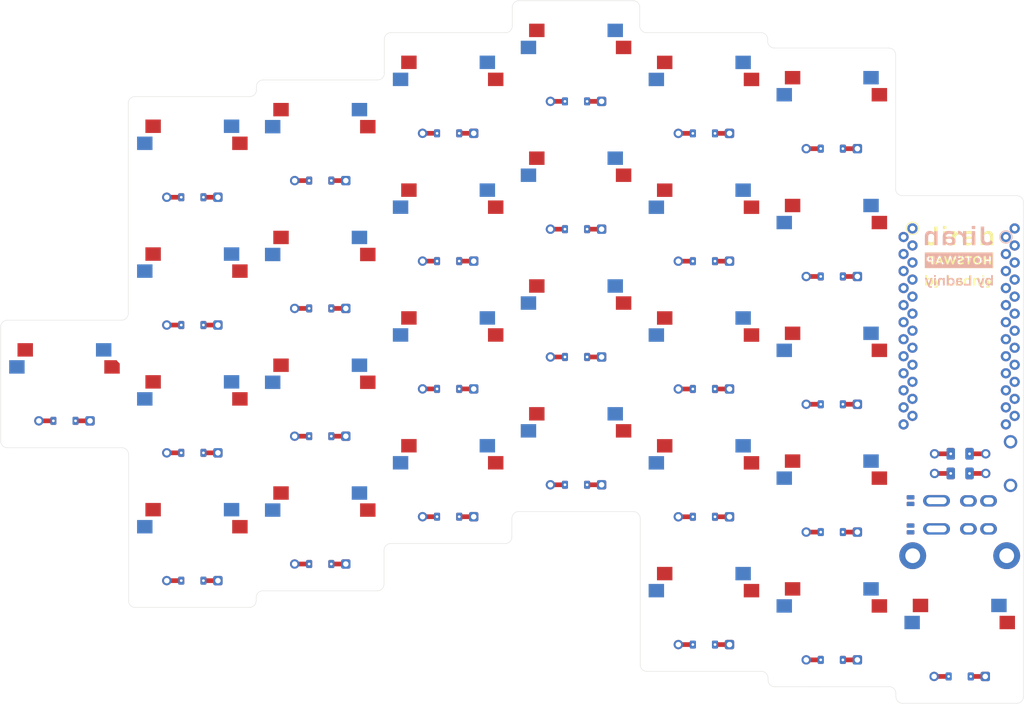
<source format=kicad_pcb>
(kicad_pcb (version 20171130) (host pcbnew "(5.1.7)-1")
  (layers (0 F.Cu signal) (31 B.Cu signal) (34 B.Paste user) (35 F.Paste user) (36 B.SilkS user) (37 F.SilkS user) (38 B.Mask user) (39 F.Mask user) (44 Edge.Cuts user))
  (net 0 "")
  (net 1 "Net-(D1-Pad2)")
  (net 2 /rowA)
  (net 3 "Net-(D2-Pad2)")
  (net 4 "Net-(D3-Pad2)")
  (net 5 "Net-(D4-Pad2)")
  (net 6 "Net-(D5-Pad2)")
  (net 7 "Net-(D6-Pad2)")
  (net 8 "Net-(D7-Pad2)")
  (net 9 /rowB)
  (net 10 "Net-(D8-Pad2)")
  (net 11 "Net-(D9-Pad2)")
  (net 12 "Net-(D10-Pad2)")
  (net 13 "Net-(D11-Pad2)")
  (net 14 "Net-(D12-Pad2)")
  (net 15 "Net-(D13-Pad2)")
  (net 16 /rowC)
  (net 17 "Net-(D14-Pad2)")
  (net 18 "Net-(D15-Pad2)")
  (net 19 "Net-(D16-Pad2)")
  (net 20 "Net-(D17-Pad2)")
  (net 21 "Net-(D18-Pad2)")
  (net 22 "Net-(D19-Pad2)")
  (net 23 /rowD)
  (net 24 "Net-(D20-Pad2)")
  (net 25 "Net-(D21-Pad2)")
  (net 26 "Net-(D22-Pad2)")
  (net 27 "Net-(D23-Pad2)")
  (net 28 "Net-(D24-Pad2)")
  (net 29 "Net-(D25-Pad2)")
  (net 30 /rowE)
  (net 31 "Net-(D26-Pad2)")
  (net 32 "Net-(D27-Pad2)")
  (net 33 "Net-(D28-Pad2)")
  (net 34 VCC)
  (net 35 GND)
  (net 36 /LED)
  (net 37 /col0)
  (net 38 /col1)
  (net 39 /col2)
  (net 40 /col3)
  (net 41 /col4)
  (net 42 /col5)
  (net 43 "Net-(U1-Pad17)")
  (net 44 "Net-(U1-Pad16)")
  (net 45 "Net-(U1-Pad15)")
  (net 46 "Net-(U1-Pad14)")
  (net 47 "Net-(U1-Pad24)")
  (net 48 "Net-(J1-PadD)")
  (net 49 "Net-(J1-PadA)")
  (net 50 SDA)
  (net 51 SCL)
  (net 52 /RST)
  (module used_footprints:Silk_Logo_Hotswap (layer B.Cu) (at 219.92 77.21 180)
    (fp_text reference G2 hide)
    (fp_text value logo-jiran-hotswap hide)
  )
  (module used_footprints:Silk_Logo_Hotswap (layer F.Cu) (at 219.92 77.21)
    (fp_text reference G1 hide)
    (fp_text value logo-jiran-hotswap hide)
  )
  (module used_footprints:Switch_Mx_Hotswap_1u (layer F.Cu) (at 220.01 125.33 180)
    (fp_text reference SW28)
    (fp_text value SW_Push hide)
    (pad "" np_thru_hole circle (at 5.08 0 48.0996) (size 1.75 1.75) (drill 1.75) (layers *.Cu *.Mask))
    (pad 2 smd rect (at 5.842 5.08) (size 2.3 2) (layers F.Cu F.Paste F.Mask) (net 42 /col5))
    (pad "" np_thru_hole circle (at -3.81 2.54) (size 3 3) (drill 3) (layers *.Cu *.Mask))
    (pad "" np_thru_hole circle (at 2.54 5.08) (size 3 3) (drill 3) (layers *.Cu *.Mask))
    (pad 1 smd rect (at 7.085 2.54) (size 2.3 2) (layers B.Cu B.Paste B.Mask) (net 33 "Net-(D28-Pad2)"))
    (pad "" np_thru_hole circle (at 3.81 2.54) (size 3 3) (drill 3) (layers *.Cu *.Mask))
    (pad "" np_thru_hole circle (at -5.08 0 48.0996) (size 1.75 1.75) (drill 1.75) (layers *.Cu *.Mask))
    (pad 2 smd rect (at -5.842 5.08) (size 2.3 2) (layers B.Cu B.Paste B.Mask) (net 42 /col5))
    (pad "" np_thru_hole circle (at -2.54 5.08) (size 3 3) (drill 3) (layers *.Cu *.Mask))
    (pad "" np_thru_hole circle (at 0 0) (size 3.9878 3.9878) (drill 3.9878) (layers *.Cu *.Mask))
    (pad 1 smd rect (at -7.085 2.54) (size 2.3 2) (layers F.Cu F.Paste F.Mask) (net 33 "Net-(D28-Pad2)"))
  )
  (module used_footprints:Switch_Mx_Hotswap_1u (layer F.Cu) (at 200.96 122.86 180)
    (fp_text reference SW27)
    (fp_text value SW_Push hide)
    (pad "" np_thru_hole circle (at 5.08 0 48.0996) (size 1.75 1.75) (drill 1.75) (layers *.Cu *.Mask))
    (pad 2 smd rect (at 5.842 5.08) (size 2.3 2) (layers F.Cu F.Paste F.Mask) (net 41 /col4))
    (pad "" np_thru_hole circle (at -3.81 2.54) (size 3 3) (drill 3) (layers *.Cu *.Mask))
    (pad "" np_thru_hole circle (at 2.54 5.08) (size 3 3) (drill 3) (layers *.Cu *.Mask))
    (pad 1 smd rect (at 7.085 2.54) (size 2.3 2) (layers B.Cu B.Paste B.Mask) (net 32 "Net-(D27-Pad2)"))
    (pad "" np_thru_hole circle (at 3.81 2.54) (size 3 3) (drill 3) (layers *.Cu *.Mask))
    (pad "" np_thru_hole circle (at -5.08 0 48.0996) (size 1.75 1.75) (drill 1.75) (layers *.Cu *.Mask))
    (pad 2 smd rect (at -5.842 5.08) (size 2.3 2) (layers B.Cu B.Paste B.Mask) (net 41 /col4))
    (pad "" np_thru_hole circle (at -2.54 5.08) (size 3 3) (drill 3) (layers *.Cu *.Mask))
    (pad "" np_thru_hole circle (at 0 0) (size 3.9878 3.9878) (drill 3.9878) (layers *.Cu *.Mask))
    (pad 1 smd rect (at -7.085 2.54) (size 2.3 2) (layers F.Cu F.Paste F.Mask) (net 32 "Net-(D27-Pad2)"))
  )
  (module used_footprints:Switch_Mx_Hotswap_1u (layer F.Cu) (at 181.91 120.58 180)
    (fp_text reference SW26)
    (fp_text value SW_Push hide)
    (pad "" np_thru_hole circle (at 5.08 0 48.0996) (size 1.75 1.75) (drill 1.75) (layers *.Cu *.Mask))
    (pad 2 smd rect (at 5.842 5.08) (size 2.3 2) (layers F.Cu F.Paste F.Mask) (net 40 /col3))
    (pad "" np_thru_hole circle (at -3.81 2.54) (size 3 3) (drill 3) (layers *.Cu *.Mask))
    (pad "" np_thru_hole circle (at 2.54 5.08) (size 3 3) (drill 3) (layers *.Cu *.Mask))
    (pad 1 smd rect (at 7.085 2.54) (size 2.3 2) (layers B.Cu B.Paste B.Mask) (net 31 "Net-(D26-Pad2)"))
    (pad "" np_thru_hole circle (at 3.81 2.54) (size 3 3) (drill 3) (layers *.Cu *.Mask))
    (pad "" np_thru_hole circle (at -5.08 0 48.0996) (size 1.75 1.75) (drill 1.75) (layers *.Cu *.Mask))
    (pad 2 smd rect (at -5.842 5.08) (size 2.3 2) (layers B.Cu B.Paste B.Mask) (net 40 /col3))
    (pad "" np_thru_hole circle (at -2.54 5.08) (size 3 3) (drill 3) (layers *.Cu *.Mask))
    (pad "" np_thru_hole circle (at 0 0) (size 3.9878 3.9878) (drill 3.9878) (layers *.Cu *.Mask))
    (pad 1 smd rect (at -7.085 2.54) (size 2.3 2) (layers F.Cu F.Paste F.Mask) (net 31 "Net-(D26-Pad2)"))
  )
  (module used_footprints:Switch_Mx_Hotswap_1u (layer F.Cu) (at 86.66 87.23 180)
    (fp_text reference SW25)
    (fp_text value SW_Push hide)
    (pad "" np_thru_hole circle (at 5.08 0 48.0996) (size 1.75 1.75) (drill 1.75) (layers *.Cu *.Mask))
    (pad 2 smd rect (at 5.842 5.08) (size 2.3 2) (layers F.Cu F.Paste F.Mask) (net 37 /col0))
    (pad "" np_thru_hole circle (at -3.81 2.54) (size 3 3) (drill 3) (layers *.Cu *.Mask))
    (pad "" np_thru_hole circle (at 2.54 5.08) (size 3 3) (drill 3) (layers *.Cu *.Mask))
    (pad 1 smd rect (at 7.085 2.54) (size 2.3 2) (layers B.Cu B.Paste B.Mask) (net 29 "Net-(D25-Pad2)"))
    (pad "" np_thru_hole circle (at 3.81 2.54) (size 3 3) (drill 3) (layers *.Cu *.Mask))
    (pad "" np_thru_hole circle (at -5.08 0 48.0996) (size 1.75 1.75) (drill 1.75) (layers *.Cu *.Mask))
    (pad 2 smd rect (at -5.842 5.08) (size 2.3 2) (layers B.Cu B.Paste B.Mask) (net 37 /col0))
    (pad "" np_thru_hole circle (at -2.54 5.08) (size 3 3) (drill 3) (layers *.Cu *.Mask))
    (pad "" np_thru_hole circle (at 0 0) (size 3.9878 3.9878) (drill 3.9878) (layers *.Cu *.Mask))
    (pad 1 smd rect (at -7.085 2.54) (size 2.3 2) (layers F.Cu F.Paste F.Mask) (net 29 "Net-(D25-Pad2)"))
  )
  (module used_footprints:Switch_Mx_Hotswap_1u (layer F.Cu) (at 200.96 103.81 180)
    (fp_text reference SW24)
    (fp_text value SW_Push hide)
    (pad "" np_thru_hole circle (at 5.08 0 48.0996) (size 1.75 1.75) (drill 1.75) (layers *.Cu *.Mask))
    (pad 2 smd rect (at 5.842 5.08) (size 2.3 2) (layers F.Cu F.Paste F.Mask) (net 42 /col5))
    (pad "" np_thru_hole circle (at -3.81 2.54) (size 3 3) (drill 3) (layers *.Cu *.Mask))
    (pad "" np_thru_hole circle (at 2.54 5.08) (size 3 3) (drill 3) (layers *.Cu *.Mask))
    (pad 1 smd rect (at 7.085 2.54) (size 2.3 2) (layers B.Cu B.Paste B.Mask) (net 28 "Net-(D24-Pad2)"))
    (pad "" np_thru_hole circle (at 3.81 2.54) (size 3 3) (drill 3) (layers *.Cu *.Mask))
    (pad "" np_thru_hole circle (at -5.08 0 48.0996) (size 1.75 1.75) (drill 1.75) (layers *.Cu *.Mask))
    (pad 2 smd rect (at -5.842 5.08) (size 2.3 2) (layers B.Cu B.Paste B.Mask) (net 42 /col5))
    (pad "" np_thru_hole circle (at -2.54 5.08) (size 3 3) (drill 3) (layers *.Cu *.Mask))
    (pad "" np_thru_hole circle (at 0 0) (size 3.9878 3.9878) (drill 3.9878) (layers *.Cu *.Mask))
    (pad 1 smd rect (at -7.085 2.54) (size 2.3 2) (layers F.Cu F.Paste F.Mask) (net 28 "Net-(D24-Pad2)"))
  )
  (module used_footprints:Switch_Mx_Hotswap_1u (layer F.Cu) (at 181.91 101.53 180)
    (fp_text reference SW23)
    (fp_text value SW_Push hide)
    (pad "" np_thru_hole circle (at 5.08 0 48.0996) (size 1.75 1.75) (drill 1.75) (layers *.Cu *.Mask))
    (pad 2 smd rect (at 5.842 5.08) (size 2.3 2) (layers F.Cu F.Paste F.Mask) (net 41 /col4))
    (pad "" np_thru_hole circle (at -3.81 2.54) (size 3 3) (drill 3) (layers *.Cu *.Mask))
    (pad "" np_thru_hole circle (at 2.54 5.08) (size 3 3) (drill 3) (layers *.Cu *.Mask))
    (pad 1 smd rect (at 7.085 2.54) (size 2.3 2) (layers B.Cu B.Paste B.Mask) (net 27 "Net-(D23-Pad2)"))
    (pad "" np_thru_hole circle (at 3.81 2.54) (size 3 3) (drill 3) (layers *.Cu *.Mask))
    (pad "" np_thru_hole circle (at -5.08 0 48.0996) (size 1.75 1.75) (drill 1.75) (layers *.Cu *.Mask))
    (pad 2 smd rect (at -5.842 5.08) (size 2.3 2) (layers B.Cu B.Paste B.Mask) (net 41 /col4))
    (pad "" np_thru_hole circle (at -2.54 5.08) (size 3 3) (drill 3) (layers *.Cu *.Mask))
    (pad "" np_thru_hole circle (at 0 0) (size 3.9878 3.9878) (drill 3.9878) (layers *.Cu *.Mask))
    (pad 1 smd rect (at -7.085 2.54) (size 2.3 2) (layers F.Cu F.Paste F.Mask) (net 27 "Net-(D23-Pad2)"))
  )
  (module used_footprints:Switch_Mx_Hotswap_1u (layer F.Cu) (at 162.86 96.76 180)
    (fp_text reference SW22)
    (fp_text value SW_Push hide)
    (pad "" np_thru_hole circle (at 5.08 0 48.0996) (size 1.75 1.75) (drill 1.75) (layers *.Cu *.Mask))
    (pad 2 smd rect (at 5.842 5.08) (size 2.3 2) (layers F.Cu F.Paste F.Mask) (net 40 /col3))
    (pad "" np_thru_hole circle (at -3.81 2.54) (size 3 3) (drill 3) (layers *.Cu *.Mask))
    (pad "" np_thru_hole circle (at 2.54 5.08) (size 3 3) (drill 3) (layers *.Cu *.Mask))
    (pad 1 smd rect (at 7.085 2.54) (size 2.3 2) (layers B.Cu B.Paste B.Mask) (net 26 "Net-(D22-Pad2)"))
    (pad "" np_thru_hole circle (at 3.81 2.54) (size 3 3) (drill 3) (layers *.Cu *.Mask))
    (pad "" np_thru_hole circle (at -5.08 0 48.0996) (size 1.75 1.75) (drill 1.75) (layers *.Cu *.Mask))
    (pad 2 smd rect (at -5.842 5.08) (size 2.3 2) (layers B.Cu B.Paste B.Mask) (net 40 /col3))
    (pad "" np_thru_hole circle (at -2.54 5.08) (size 3 3) (drill 3) (layers *.Cu *.Mask))
    (pad "" np_thru_hole circle (at 0 0) (size 3.9878 3.9878) (drill 3.9878) (layers *.Cu *.Mask))
    (pad 1 smd rect (at -7.085 2.54) (size 2.3 2) (layers F.Cu F.Paste F.Mask) (net 26 "Net-(D22-Pad2)"))
  )
  (module used_footprints:Switch_Mx_Hotswap_1u (layer F.Cu) (at 143.81 101.52 180)
    (fp_text reference SW21)
    (fp_text value SW_Push hide)
    (pad "" np_thru_hole circle (at 5.08 0 48.0996) (size 1.75 1.75) (drill 1.75) (layers *.Cu *.Mask))
    (pad 2 smd rect (at 5.842 5.08) (size 2.3 2) (layers F.Cu F.Paste F.Mask) (net 39 /col2))
    (pad "" np_thru_hole circle (at -3.81 2.54) (size 3 3) (drill 3) (layers *.Cu *.Mask))
    (pad "" np_thru_hole circle (at 2.54 5.08) (size 3 3) (drill 3) (layers *.Cu *.Mask))
    (pad 1 smd rect (at 7.085 2.54) (size 2.3 2) (layers B.Cu B.Paste B.Mask) (net 25 "Net-(D21-Pad2)"))
    (pad "" np_thru_hole circle (at 3.81 2.54) (size 3 3) (drill 3) (layers *.Cu *.Mask))
    (pad "" np_thru_hole circle (at -5.08 0 48.0996) (size 1.75 1.75) (drill 1.75) (layers *.Cu *.Mask))
    (pad 2 smd rect (at -5.842 5.08) (size 2.3 2) (layers B.Cu B.Paste B.Mask) (net 39 /col2))
    (pad "" np_thru_hole circle (at -2.54 5.08) (size 3 3) (drill 3) (layers *.Cu *.Mask))
    (pad "" np_thru_hole circle (at 0 0) (size 3.9878 3.9878) (drill 3.9878) (layers *.Cu *.Mask))
    (pad 1 smd rect (at -7.085 2.54) (size 2.3 2) (layers F.Cu F.Paste F.Mask) (net 25 "Net-(D21-Pad2)"))
  )
  (module used_footprints:Switch_Mx_Hotswap_1u (layer F.Cu) (at 124.76 108.57 180)
    (fp_text reference SW20)
    (fp_text value SW_Push hide)
    (pad "" np_thru_hole circle (at 5.08 0 48.0996) (size 1.75 1.75) (drill 1.75) (layers *.Cu *.Mask))
    (pad 2 smd rect (at 5.842 5.08) (size 2.3 2) (layers F.Cu F.Paste F.Mask) (net 38 /col1))
    (pad "" np_thru_hole circle (at -3.81 2.54) (size 3 3) (drill 3) (layers *.Cu *.Mask))
    (pad "" np_thru_hole circle (at 2.54 5.08) (size 3 3) (drill 3) (layers *.Cu *.Mask))
    (pad 1 smd rect (at 7.085 2.54) (size 2.3 2) (layers B.Cu B.Paste B.Mask) (net 24 "Net-(D20-Pad2)"))
    (pad "" np_thru_hole circle (at 3.81 2.54) (size 3 3) (drill 3) (layers *.Cu *.Mask))
    (pad "" np_thru_hole circle (at -5.08 0 48.0996) (size 1.75 1.75) (drill 1.75) (layers *.Cu *.Mask))
    (pad 2 smd rect (at -5.842 5.08) (size 2.3 2) (layers B.Cu B.Paste B.Mask) (net 38 /col1))
    (pad "" np_thru_hole circle (at -2.54 5.08) (size 3 3) (drill 3) (layers *.Cu *.Mask))
    (pad "" np_thru_hole circle (at 0 0) (size 3.9878 3.9878) (drill 3.9878) (layers *.Cu *.Mask))
    (pad 1 smd rect (at -7.085 2.54) (size 2.3 2) (layers F.Cu F.Paste F.Mask) (net 24 "Net-(D20-Pad2)"))
  )
  (module used_footprints:Switch_Mx_Hotswap_1u (layer F.Cu) (at 105.71 111.05 180)
    (fp_text reference SW19)
    (fp_text value SW_Push hide)
    (pad "" np_thru_hole circle (at 5.08 0 48.0996) (size 1.75 1.75) (drill 1.75) (layers *.Cu *.Mask))
    (pad 2 smd rect (at 5.842 5.08) (size 2.3 2) (layers F.Cu F.Paste F.Mask) (net 37 /col0))
    (pad "" np_thru_hole circle (at -3.81 2.54) (size 3 3) (drill 3) (layers *.Cu *.Mask))
    (pad "" np_thru_hole circle (at 2.54 5.08) (size 3 3) (drill 3) (layers *.Cu *.Mask))
    (pad 1 smd rect (at 7.085 2.54) (size 2.3 2) (layers B.Cu B.Paste B.Mask) (net 22 "Net-(D19-Pad2)"))
    (pad "" np_thru_hole circle (at 3.81 2.54) (size 3 3) (drill 3) (layers *.Cu *.Mask))
    (pad "" np_thru_hole circle (at -5.08 0 48.0996) (size 1.75 1.75) (drill 1.75) (layers *.Cu *.Mask))
    (pad 2 smd rect (at -5.842 5.08) (size 2.3 2) (layers B.Cu B.Paste B.Mask) (net 37 /col0))
    (pad "" np_thru_hole circle (at -2.54 5.08) (size 3 3) (drill 3) (layers *.Cu *.Mask))
    (pad "" np_thru_hole circle (at 0 0) (size 3.9878 3.9878) (drill 3.9878) (layers *.Cu *.Mask))
    (pad 1 smd rect (at -7.085 2.54) (size 2.3 2) (layers F.Cu F.Paste F.Mask) (net 22 "Net-(D19-Pad2)"))
  )
  (module used_footprints:Switch_Mx_Hotswap_1u (layer F.Cu) (at 200.96 84.76 180)
    (fp_text reference SW18)
    (fp_text value SW_Push hide)
    (pad "" np_thru_hole circle (at 5.08 0 48.0996) (size 1.75 1.75) (drill 1.75) (layers *.Cu *.Mask))
    (pad 2 smd rect (at 5.842 5.08) (size 2.3 2) (layers F.Cu F.Paste F.Mask) (net 42 /col5))
    (pad "" np_thru_hole circle (at -3.81 2.54) (size 3 3) (drill 3) (layers *.Cu *.Mask))
    (pad "" np_thru_hole circle (at 2.54 5.08) (size 3 3) (drill 3) (layers *.Cu *.Mask))
    (pad 1 smd rect (at 7.085 2.54) (size 2.3 2) (layers B.Cu B.Paste B.Mask) (net 21 "Net-(D18-Pad2)"))
    (pad "" np_thru_hole circle (at 3.81 2.54) (size 3 3) (drill 3) (layers *.Cu *.Mask))
    (pad "" np_thru_hole circle (at -5.08 0 48.0996) (size 1.75 1.75) (drill 1.75) (layers *.Cu *.Mask))
    (pad 2 smd rect (at -5.842 5.08) (size 2.3 2) (layers B.Cu B.Paste B.Mask) (net 42 /col5))
    (pad "" np_thru_hole circle (at -2.54 5.08) (size 3 3) (drill 3) (layers *.Cu *.Mask))
    (pad "" np_thru_hole circle (at 0 0) (size 3.9878 3.9878) (drill 3.9878) (layers *.Cu *.Mask))
    (pad 1 smd rect (at -7.085 2.54) (size 2.3 2) (layers F.Cu F.Paste F.Mask) (net 21 "Net-(D18-Pad2)"))
  )
  (module used_footprints:Switch_Mx_Hotswap_1u (layer F.Cu) (at 181.91 82.48 180)
    (fp_text reference SW17)
    (fp_text value SW_Push hide)
    (pad "" np_thru_hole circle (at 5.08 0 48.0996) (size 1.75 1.75) (drill 1.75) (layers *.Cu *.Mask))
    (pad 2 smd rect (at 5.842 5.08) (size 2.3 2) (layers F.Cu F.Paste F.Mask) (net 41 /col4))
    (pad "" np_thru_hole circle (at -3.81 2.54) (size 3 3) (drill 3) (layers *.Cu *.Mask))
    (pad "" np_thru_hole circle (at 2.54 5.08) (size 3 3) (drill 3) (layers *.Cu *.Mask))
    (pad 1 smd rect (at 7.085 2.54) (size 2.3 2) (layers B.Cu B.Paste B.Mask) (net 20 "Net-(D17-Pad2)"))
    (pad "" np_thru_hole circle (at 3.81 2.54) (size 3 3) (drill 3) (layers *.Cu *.Mask))
    (pad "" np_thru_hole circle (at -5.08 0 48.0996) (size 1.75 1.75) (drill 1.75) (layers *.Cu *.Mask))
    (pad 2 smd rect (at -5.842 5.08) (size 2.3 2) (layers B.Cu B.Paste B.Mask) (net 41 /col4))
    (pad "" np_thru_hole circle (at -2.54 5.08) (size 3 3) (drill 3) (layers *.Cu *.Mask))
    (pad "" np_thru_hole circle (at 0 0) (size 3.9878 3.9878) (drill 3.9878) (layers *.Cu *.Mask))
    (pad 1 smd rect (at -7.085 2.54) (size 2.3 2) (layers F.Cu F.Paste F.Mask) (net 20 "Net-(D17-Pad2)"))
  )
  (module used_footprints:Switch_Mx_Hotswap_1u (layer F.Cu) (at 162.86 77.71 180)
    (fp_text reference SW16)
    (fp_text value SW_Push hide)
    (pad "" np_thru_hole circle (at 5.08 0 48.0996) (size 1.75 1.75) (drill 1.75) (layers *.Cu *.Mask))
    (pad 2 smd rect (at 5.842 5.08) (size 2.3 2) (layers F.Cu F.Paste F.Mask) (net 40 /col3))
    (pad "" np_thru_hole circle (at -3.81 2.54) (size 3 3) (drill 3) (layers *.Cu *.Mask))
    (pad "" np_thru_hole circle (at 2.54 5.08) (size 3 3) (drill 3) (layers *.Cu *.Mask))
    (pad 1 smd rect (at 7.085 2.54) (size 2.3 2) (layers B.Cu B.Paste B.Mask) (net 19 "Net-(D16-Pad2)"))
    (pad "" np_thru_hole circle (at 3.81 2.54) (size 3 3) (drill 3) (layers *.Cu *.Mask))
    (pad "" np_thru_hole circle (at -5.08 0 48.0996) (size 1.75 1.75) (drill 1.75) (layers *.Cu *.Mask))
    (pad 2 smd rect (at -5.842 5.08) (size 2.3 2) (layers B.Cu B.Paste B.Mask) (net 40 /col3))
    (pad "" np_thru_hole circle (at -2.54 5.08) (size 3 3) (drill 3) (layers *.Cu *.Mask))
    (pad "" np_thru_hole circle (at 0 0) (size 3.9878 3.9878) (drill 3.9878) (layers *.Cu *.Mask))
    (pad 1 smd rect (at -7.085 2.54) (size 2.3 2) (layers F.Cu F.Paste F.Mask) (net 19 "Net-(D16-Pad2)"))
  )
  (module used_footprints:Switch_Mx_Hotswap_1u (layer F.Cu) (at 143.81 82.47 180)
    (fp_text reference SW15)
    (fp_text value SW_Push hide)
    (pad "" np_thru_hole circle (at 5.08 0 48.0996) (size 1.75 1.75) (drill 1.75) (layers *.Cu *.Mask))
    (pad 2 smd rect (at 5.842 5.08) (size 2.3 2) (layers F.Cu F.Paste F.Mask) (net 39 /col2))
    (pad "" np_thru_hole circle (at -3.81 2.54) (size 3 3) (drill 3) (layers *.Cu *.Mask))
    (pad "" np_thru_hole circle (at 2.54 5.08) (size 3 3) (drill 3) (layers *.Cu *.Mask))
    (pad 1 smd rect (at 7.085 2.54) (size 2.3 2) (layers B.Cu B.Paste B.Mask) (net 18 "Net-(D15-Pad2)"))
    (pad "" np_thru_hole circle (at 3.81 2.54) (size 3 3) (drill 3) (layers *.Cu *.Mask))
    (pad "" np_thru_hole circle (at -5.08 0 48.0996) (size 1.75 1.75) (drill 1.75) (layers *.Cu *.Mask))
    (pad 2 smd rect (at -5.842 5.08) (size 2.3 2) (layers B.Cu B.Paste B.Mask) (net 39 /col2))
    (pad "" np_thru_hole circle (at -2.54 5.08) (size 3 3) (drill 3) (layers *.Cu *.Mask))
    (pad "" np_thru_hole circle (at 0 0) (size 3.9878 3.9878) (drill 3.9878) (layers *.Cu *.Mask))
    (pad 1 smd rect (at -7.085 2.54) (size 2.3 2) (layers F.Cu F.Paste F.Mask) (net 18 "Net-(D15-Pad2)"))
  )
  (module used_footprints:Switch_Mx_Hotswap_1u (layer F.Cu) (at 124.76 89.52 180)
    (fp_text reference SW14)
    (fp_text value SW_Push hide)
    (pad "" np_thru_hole circle (at 5.08 0 48.0996) (size 1.75 1.75) (drill 1.75) (layers *.Cu *.Mask))
    (pad 2 smd rect (at 5.842 5.08) (size 2.3 2) (layers F.Cu F.Paste F.Mask) (net 38 /col1))
    (pad "" np_thru_hole circle (at -3.81 2.54) (size 3 3) (drill 3) (layers *.Cu *.Mask))
    (pad "" np_thru_hole circle (at 2.54 5.08) (size 3 3) (drill 3) (layers *.Cu *.Mask))
    (pad 1 smd rect (at 7.085 2.54) (size 2.3 2) (layers B.Cu B.Paste B.Mask) (net 17 "Net-(D14-Pad2)"))
    (pad "" np_thru_hole circle (at 3.81 2.54) (size 3 3) (drill 3) (layers *.Cu *.Mask))
    (pad "" np_thru_hole circle (at -5.08 0 48.0996) (size 1.75 1.75) (drill 1.75) (layers *.Cu *.Mask))
    (pad 2 smd rect (at -5.842 5.08) (size 2.3 2) (layers B.Cu B.Paste B.Mask) (net 38 /col1))
    (pad "" np_thru_hole circle (at -2.54 5.08) (size 3 3) (drill 3) (layers *.Cu *.Mask))
    (pad "" np_thru_hole circle (at 0 0) (size 3.9878 3.9878) (drill 3.9878) (layers *.Cu *.Mask))
    (pad 1 smd rect (at -7.085 2.54) (size 2.3 2) (layers F.Cu F.Paste F.Mask) (net 17 "Net-(D14-Pad2)"))
  )
  (module used_footprints:Switch_Mx_Hotswap_1u (layer F.Cu) (at 105.71 92 180)
    (fp_text reference SW13)
    (fp_text value SW_Push hide)
    (pad "" np_thru_hole circle (at 5.08 0 48.0996) (size 1.75 1.75) (drill 1.75) (layers *.Cu *.Mask))
    (pad 2 smd rect (at 5.842 5.08) (size 2.3 2) (layers F.Cu F.Paste F.Mask) (net 37 /col0))
    (pad "" np_thru_hole circle (at -3.81 2.54) (size 3 3) (drill 3) (layers *.Cu *.Mask))
    (pad "" np_thru_hole circle (at 2.54 5.08) (size 3 3) (drill 3) (layers *.Cu *.Mask))
    (pad 1 smd rect (at 7.085 2.54) (size 2.3 2) (layers B.Cu B.Paste B.Mask) (net 15 "Net-(D13-Pad2)"))
    (pad "" np_thru_hole circle (at 3.81 2.54) (size 3 3) (drill 3) (layers *.Cu *.Mask))
    (pad "" np_thru_hole circle (at -5.08 0 48.0996) (size 1.75 1.75) (drill 1.75) (layers *.Cu *.Mask))
    (pad 2 smd rect (at -5.842 5.08) (size 2.3 2) (layers B.Cu B.Paste B.Mask) (net 37 /col0))
    (pad "" np_thru_hole circle (at -2.54 5.08) (size 3 3) (drill 3) (layers *.Cu *.Mask))
    (pad "" np_thru_hole circle (at 0 0) (size 3.9878 3.9878) (drill 3.9878) (layers *.Cu *.Mask))
    (pad 1 smd rect (at -7.085 2.54) (size 2.3 2) (layers F.Cu F.Paste F.Mask) (net 15 "Net-(D13-Pad2)"))
  )
  (module used_footprints:Switch_Mx_Hotswap_1u (layer F.Cu) (at 200.96 65.71 180)
    (fp_text reference SW12)
    (fp_text value SW_Push hide)
    (pad "" np_thru_hole circle (at 5.08 0 48.0996) (size 1.75 1.75) (drill 1.75) (layers *.Cu *.Mask))
    (pad 2 smd rect (at 5.842 5.08) (size 2.3 2) (layers F.Cu F.Paste F.Mask) (net 42 /col5))
    (pad "" np_thru_hole circle (at -3.81 2.54) (size 3 3) (drill 3) (layers *.Cu *.Mask))
    (pad "" np_thru_hole circle (at 2.54 5.08) (size 3 3) (drill 3) (layers *.Cu *.Mask))
    (pad 1 smd rect (at 7.085 2.54) (size 2.3 2) (layers B.Cu B.Paste B.Mask) (net 14 "Net-(D12-Pad2)"))
    (pad "" np_thru_hole circle (at 3.81 2.54) (size 3 3) (drill 3) (layers *.Cu *.Mask))
    (pad "" np_thru_hole circle (at -5.08 0 48.0996) (size 1.75 1.75) (drill 1.75) (layers *.Cu *.Mask))
    (pad 2 smd rect (at -5.842 5.08) (size 2.3 2) (layers B.Cu B.Paste B.Mask) (net 42 /col5))
    (pad "" np_thru_hole circle (at -2.54 5.08) (size 3 3) (drill 3) (layers *.Cu *.Mask))
    (pad "" np_thru_hole circle (at 0 0) (size 3.9878 3.9878) (drill 3.9878) (layers *.Cu *.Mask))
    (pad 1 smd rect (at -7.085 2.54) (size 2.3 2) (layers F.Cu F.Paste F.Mask) (net 14 "Net-(D12-Pad2)"))
  )
  (module used_footprints:Switch_Mx_Hotswap_1u (layer F.Cu) (at 181.91 63.43 180)
    (fp_text reference SW11)
    (fp_text value SW_Push hide)
    (pad "" np_thru_hole circle (at 5.08 0 48.0996) (size 1.75 1.75) (drill 1.75) (layers *.Cu *.Mask))
    (pad 2 smd rect (at 5.842 5.08) (size 2.3 2) (layers F.Cu F.Paste F.Mask) (net 41 /col4))
    (pad "" np_thru_hole circle (at -3.81 2.54) (size 3 3) (drill 3) (layers *.Cu *.Mask))
    (pad "" np_thru_hole circle (at 2.54 5.08) (size 3 3) (drill 3) (layers *.Cu *.Mask))
    (pad 1 smd rect (at 7.085 2.54) (size 2.3 2) (layers B.Cu B.Paste B.Mask) (net 13 "Net-(D11-Pad2)"))
    (pad "" np_thru_hole circle (at 3.81 2.54) (size 3 3) (drill 3) (layers *.Cu *.Mask))
    (pad "" np_thru_hole circle (at -5.08 0 48.0996) (size 1.75 1.75) (drill 1.75) (layers *.Cu *.Mask))
    (pad 2 smd rect (at -5.842 5.08) (size 2.3 2) (layers B.Cu B.Paste B.Mask) (net 41 /col4))
    (pad "" np_thru_hole circle (at -2.54 5.08) (size 3 3) (drill 3) (layers *.Cu *.Mask))
    (pad "" np_thru_hole circle (at 0 0) (size 3.9878 3.9878) (drill 3.9878) (layers *.Cu *.Mask))
    (pad 1 smd rect (at -7.085 2.54) (size 2.3 2) (layers F.Cu F.Paste F.Mask) (net 13 "Net-(D11-Pad2)"))
  )
  (module used_footprints:Switch_Mx_Hotswap_1u (layer F.Cu) (at 162.86 58.66 180)
    (fp_text reference SW10)
    (fp_text value SW_Push hide)
    (pad "" np_thru_hole circle (at 5.08 0 48.0996) (size 1.75 1.75) (drill 1.75) (layers *.Cu *.Mask))
    (pad 2 smd rect (at 5.842 5.08) (size 2.3 2) (layers F.Cu F.Paste F.Mask) (net 40 /col3))
    (pad "" np_thru_hole circle (at -3.81 2.54) (size 3 3) (drill 3) (layers *.Cu *.Mask))
    (pad "" np_thru_hole circle (at 2.54 5.08) (size 3 3) (drill 3) (layers *.Cu *.Mask))
    (pad 1 smd rect (at 7.085 2.54) (size 2.3 2) (layers B.Cu B.Paste B.Mask) (net 12 "Net-(D10-Pad2)"))
    (pad "" np_thru_hole circle (at 3.81 2.54) (size 3 3) (drill 3) (layers *.Cu *.Mask))
    (pad "" np_thru_hole circle (at -5.08 0 48.0996) (size 1.75 1.75) (drill 1.75) (layers *.Cu *.Mask))
    (pad 2 smd rect (at -5.842 5.08) (size 2.3 2) (layers B.Cu B.Paste B.Mask) (net 40 /col3))
    (pad "" np_thru_hole circle (at -2.54 5.08) (size 3 3) (drill 3) (layers *.Cu *.Mask))
    (pad "" np_thru_hole circle (at 0 0) (size 3.9878 3.9878) (drill 3.9878) (layers *.Cu *.Mask))
    (pad 1 smd rect (at -7.085 2.54) (size 2.3 2) (layers F.Cu F.Paste F.Mask) (net 12 "Net-(D10-Pad2)"))
  )
  (module used_footprints:Switch_Mx_Hotswap_1u (layer F.Cu) (at 143.81 63.42 180)
    (fp_text reference SW9)
    (fp_text value SW_Push hide)
    (pad "" np_thru_hole circle (at 5.08 0 48.0996) (size 1.75 1.75) (drill 1.75) (layers *.Cu *.Mask))
    (pad 2 smd rect (at 5.842 5.08) (size 2.3 2) (layers F.Cu F.Paste F.Mask) (net 39 /col2))
    (pad "" np_thru_hole circle (at -3.81 2.54) (size 3 3) (drill 3) (layers *.Cu *.Mask))
    (pad "" np_thru_hole circle (at 2.54 5.08) (size 3 3) (drill 3) (layers *.Cu *.Mask))
    (pad 1 smd rect (at 7.085 2.54) (size 2.3 2) (layers B.Cu B.Paste B.Mask) (net 11 "Net-(D9-Pad2)"))
    (pad "" np_thru_hole circle (at 3.81 2.54) (size 3 3) (drill 3) (layers *.Cu *.Mask))
    (pad "" np_thru_hole circle (at -5.08 0 48.0996) (size 1.75 1.75) (drill 1.75) (layers *.Cu *.Mask))
    (pad 2 smd rect (at -5.842 5.08) (size 2.3 2) (layers B.Cu B.Paste B.Mask) (net 39 /col2))
    (pad "" np_thru_hole circle (at -2.54 5.08) (size 3 3) (drill 3) (layers *.Cu *.Mask))
    (pad "" np_thru_hole circle (at 0 0) (size 3.9878 3.9878) (drill 3.9878) (layers *.Cu *.Mask))
    (pad 1 smd rect (at -7.085 2.54) (size 2.3 2) (layers F.Cu F.Paste F.Mask) (net 11 "Net-(D9-Pad2)"))
  )
  (module used_footprints:Switch_Mx_Hotswap_1u (layer F.Cu) (at 124.76 70.47 180)
    (fp_text reference SW8)
    (fp_text value SW_Push hide)
    (pad "" np_thru_hole circle (at 5.08 0 48.0996) (size 1.75 1.75) (drill 1.75) (layers *.Cu *.Mask))
    (pad 2 smd rect (at 5.842 5.08) (size 2.3 2) (layers F.Cu F.Paste F.Mask) (net 38 /col1))
    (pad "" np_thru_hole circle (at -3.81 2.54) (size 3 3) (drill 3) (layers *.Cu *.Mask))
    (pad "" np_thru_hole circle (at 2.54 5.08) (size 3 3) (drill 3) (layers *.Cu *.Mask))
    (pad 1 smd rect (at 7.085 2.54) (size 2.3 2) (layers B.Cu B.Paste B.Mask) (net 10 "Net-(D8-Pad2)"))
    (pad "" np_thru_hole circle (at 3.81 2.54) (size 3 3) (drill 3) (layers *.Cu *.Mask))
    (pad "" np_thru_hole circle (at -5.08 0 48.0996) (size 1.75 1.75) (drill 1.75) (layers *.Cu *.Mask))
    (pad 2 smd rect (at -5.842 5.08) (size 2.3 2) (layers B.Cu B.Paste B.Mask) (net 38 /col1))
    (pad "" np_thru_hole circle (at -2.54 5.08) (size 3 3) (drill 3) (layers *.Cu *.Mask))
    (pad "" np_thru_hole circle (at 0 0) (size 3.9878 3.9878) (drill 3.9878) (layers *.Cu *.Mask))
    (pad 1 smd rect (at -7.085 2.54) (size 2.3 2) (layers F.Cu F.Paste F.Mask) (net 10 "Net-(D8-Pad2)"))
  )
  (module used_footprints:Switch_Mx_Hotswap_1u (layer F.Cu) (at 105.71 72.95 180)
    (fp_text reference SW7)
    (fp_text value SW_Push hide)
    (pad "" np_thru_hole circle (at 5.08 0 48.0996) (size 1.75 1.75) (drill 1.75) (layers *.Cu *.Mask))
    (pad 2 smd rect (at 5.842 5.08) (size 2.3 2) (layers F.Cu F.Paste F.Mask) (net 37 /col0))
    (pad "" np_thru_hole circle (at -3.81 2.54) (size 3 3) (drill 3) (layers *.Cu *.Mask))
    (pad "" np_thru_hole circle (at 2.54 5.08) (size 3 3) (drill 3) (layers *.Cu *.Mask))
    (pad 1 smd rect (at 7.085 2.54) (size 2.3 2) (layers B.Cu B.Paste B.Mask) (net 8 "Net-(D7-Pad2)"))
    (pad "" np_thru_hole circle (at 3.81 2.54) (size 3 3) (drill 3) (layers *.Cu *.Mask))
    (pad "" np_thru_hole circle (at -5.08 0 48.0996) (size 1.75 1.75) (drill 1.75) (layers *.Cu *.Mask))
    (pad 2 smd rect (at -5.842 5.08) (size 2.3 2) (layers B.Cu B.Paste B.Mask) (net 37 /col0))
    (pad "" np_thru_hole circle (at -2.54 5.08) (size 3 3) (drill 3) (layers *.Cu *.Mask))
    (pad "" np_thru_hole circle (at 0 0) (size 3.9878 3.9878) (drill 3.9878) (layers *.Cu *.Mask))
    (pad 1 smd rect (at -7.085 2.54) (size 2.3 2) (layers F.Cu F.Paste F.Mask) (net 8 "Net-(D7-Pad2)"))
  )
  (module used_footprints:Switch_Mx_Hotswap_1u (layer F.Cu) (at 200.96 46.66 180)
    (fp_text reference SW6)
    (fp_text value SW_Push hide)
    (pad "" np_thru_hole circle (at 5.08 0 48.0996) (size 1.75 1.75) (drill 1.75) (layers *.Cu *.Mask))
    (pad 2 smd rect (at 5.842 5.08) (size 2.3 2) (layers F.Cu F.Paste F.Mask) (net 42 /col5))
    (pad "" np_thru_hole circle (at -3.81 2.54) (size 3 3) (drill 3) (layers *.Cu *.Mask))
    (pad "" np_thru_hole circle (at 2.54 5.08) (size 3 3) (drill 3) (layers *.Cu *.Mask))
    (pad 1 smd rect (at 7.085 2.54) (size 2.3 2) (layers B.Cu B.Paste B.Mask) (net 7 "Net-(D6-Pad2)"))
    (pad "" np_thru_hole circle (at 3.81 2.54) (size 3 3) (drill 3) (layers *.Cu *.Mask))
    (pad "" np_thru_hole circle (at -5.08 0 48.0996) (size 1.75 1.75) (drill 1.75) (layers *.Cu *.Mask))
    (pad 2 smd rect (at -5.842 5.08) (size 2.3 2) (layers B.Cu B.Paste B.Mask) (net 42 /col5))
    (pad "" np_thru_hole circle (at -2.54 5.08) (size 3 3) (drill 3) (layers *.Cu *.Mask))
    (pad "" np_thru_hole circle (at 0 0) (size 3.9878 3.9878) (drill 3.9878) (layers *.Cu *.Mask))
    (pad 1 smd rect (at -7.085 2.54) (size 2.3 2) (layers F.Cu F.Paste F.Mask) (net 7 "Net-(D6-Pad2)"))
  )
  (module used_footprints:Switch_Mx_Hotswap_1u (layer F.Cu) (at 181.91 44.38 180)
    (fp_text reference SW5)
    (fp_text value SW_Push hide)
    (pad "" np_thru_hole circle (at 5.08 0 48.0996) (size 1.75 1.75) (drill 1.75) (layers *.Cu *.Mask))
    (pad 2 smd rect (at 5.842 5.08) (size 2.3 2) (layers F.Cu F.Paste F.Mask) (net 41 /col4))
    (pad "" np_thru_hole circle (at -3.81 2.54) (size 3 3) (drill 3) (layers *.Cu *.Mask))
    (pad "" np_thru_hole circle (at 2.54 5.08) (size 3 3) (drill 3) (layers *.Cu *.Mask))
    (pad 1 smd rect (at 7.085 2.54) (size 2.3 2) (layers B.Cu B.Paste B.Mask) (net 6 "Net-(D5-Pad2)"))
    (pad "" np_thru_hole circle (at 3.81 2.54) (size 3 3) (drill 3) (layers *.Cu *.Mask))
    (pad "" np_thru_hole circle (at -5.08 0 48.0996) (size 1.75 1.75) (drill 1.75) (layers *.Cu *.Mask))
    (pad 2 smd rect (at -5.842 5.08) (size 2.3 2) (layers B.Cu B.Paste B.Mask) (net 41 /col4))
    (pad "" np_thru_hole circle (at -2.54 5.08) (size 3 3) (drill 3) (layers *.Cu *.Mask))
    (pad "" np_thru_hole circle (at 0 0) (size 3.9878 3.9878) (drill 3.9878) (layers *.Cu *.Mask))
    (pad 1 smd rect (at -7.085 2.54) (size 2.3 2) (layers F.Cu F.Paste F.Mask) (net 6 "Net-(D5-Pad2)"))
  )
  (module used_footprints:Switch_Mx_Hotswap_1u (layer F.Cu) (at 162.86 39.61 180)
    (fp_text reference SW4)
    (fp_text value SW_Push hide)
    (pad "" np_thru_hole circle (at 5.08 0 48.0996) (size 1.75 1.75) (drill 1.75) (layers *.Cu *.Mask))
    (pad 2 smd rect (at 5.842 5.08) (size 2.3 2) (layers F.Cu F.Paste F.Mask) (net 40 /col3))
    (pad "" np_thru_hole circle (at -3.81 2.54) (size 3 3) (drill 3) (layers *.Cu *.Mask))
    (pad "" np_thru_hole circle (at 2.54 5.08) (size 3 3) (drill 3) (layers *.Cu *.Mask))
    (pad 1 smd rect (at 7.085 2.54) (size 2.3 2) (layers B.Cu B.Paste B.Mask) (net 5 "Net-(D4-Pad2)"))
    (pad "" np_thru_hole circle (at 3.81 2.54) (size 3 3) (drill 3) (layers *.Cu *.Mask))
    (pad "" np_thru_hole circle (at -5.08 0 48.0996) (size 1.75 1.75) (drill 1.75) (layers *.Cu *.Mask))
    (pad 2 smd rect (at -5.842 5.08) (size 2.3 2) (layers B.Cu B.Paste B.Mask) (net 40 /col3))
    (pad "" np_thru_hole circle (at -2.54 5.08) (size 3 3) (drill 3) (layers *.Cu *.Mask))
    (pad "" np_thru_hole circle (at 0 0) (size 3.9878 3.9878) (drill 3.9878) (layers *.Cu *.Mask))
    (pad 1 smd rect (at -7.085 2.54) (size 2.3 2) (layers F.Cu F.Paste F.Mask) (net 5 "Net-(D4-Pad2)"))
  )
  (module used_footprints:Switch_Mx_Hotswap_1u (layer F.Cu) (at 143.81 44.37 180)
    (fp_text reference SW3)
    (fp_text value SW_Push hide)
    (pad "" np_thru_hole circle (at 5.08 0 48.0996) (size 1.75 1.75) (drill 1.75) (layers *.Cu *.Mask))
    (pad 2 smd rect (at 5.842 5.08) (size 2.3 2) (layers F.Cu F.Paste F.Mask) (net 39 /col2))
    (pad "" np_thru_hole circle (at -3.81 2.54) (size 3 3) (drill 3) (layers *.Cu *.Mask))
    (pad "" np_thru_hole circle (at 2.54 5.08) (size 3 3) (drill 3) (layers *.Cu *.Mask))
    (pad 1 smd rect (at 7.085 2.54) (size 2.3 2) (layers B.Cu B.Paste B.Mask) (net 4 "Net-(D3-Pad2)"))
    (pad "" np_thru_hole circle (at 3.81 2.54) (size 3 3) (drill 3) (layers *.Cu *.Mask))
    (pad "" np_thru_hole circle (at -5.08 0 48.0996) (size 1.75 1.75) (drill 1.75) (layers *.Cu *.Mask))
    (pad 2 smd rect (at -5.842 5.08) (size 2.3 2) (layers B.Cu B.Paste B.Mask) (net 39 /col2))
    (pad "" np_thru_hole circle (at -2.54 5.08) (size 3 3) (drill 3) (layers *.Cu *.Mask))
    (pad "" np_thru_hole circle (at 0 0) (size 3.9878 3.9878) (drill 3.9878) (layers *.Cu *.Mask))
    (pad 1 smd rect (at -7.085 2.54) (size 2.3 2) (layers F.Cu F.Paste F.Mask) (net 4 "Net-(D3-Pad2)"))
  )
  (module used_footprints:Switch_Mx_Hotswap_1u (layer F.Cu) (at 124.76 51.42 180)
    (fp_text reference SW2)
    (fp_text value SW_Push hide)
    (pad "" np_thru_hole circle (at 5.08 0 48.0996) (size 1.75 1.75) (drill 1.75) (layers *.Cu *.Mask))
    (pad 2 smd rect (at 5.842 5.08) (size 2.3 2) (layers F.Cu F.Paste F.Mask) (net 38 /col1))
    (pad "" np_thru_hole circle (at -3.81 2.54) (size 3 3) (drill 3) (layers *.Cu *.Mask))
    (pad "" np_thru_hole circle (at 2.54 5.08) (size 3 3) (drill 3) (layers *.Cu *.Mask))
    (pad 1 smd rect (at 7.085 2.54) (size 2.3 2) (layers B.Cu B.Paste B.Mask) (net 3 "Net-(D2-Pad2)"))
    (pad "" np_thru_hole circle (at 3.81 2.54) (size 3 3) (drill 3) (layers *.Cu *.Mask))
    (pad "" np_thru_hole circle (at -5.08 0 48.0996) (size 1.75 1.75) (drill 1.75) (layers *.Cu *.Mask))
    (pad 2 smd rect (at -5.842 5.08) (size 2.3 2) (layers B.Cu B.Paste B.Mask) (net 38 /col1))
    (pad "" np_thru_hole circle (at -2.54 5.08) (size 3 3) (drill 3) (layers *.Cu *.Mask))
    (pad "" np_thru_hole circle (at 0 0) (size 3.9878 3.9878) (drill 3.9878) (layers *.Cu *.Mask))
    (pad 1 smd rect (at -7.085 2.54) (size 2.3 2) (layers F.Cu F.Paste F.Mask) (net 3 "Net-(D2-Pad2)"))
  )
  (module used_footprints:Switch_Mx_Hotswap_1u (layer F.Cu) (at 105.71 53.9 180)
    (fp_text reference SW1)
    (fp_text value SW_Push hide)
    (pad "" np_thru_hole circle (at 5.08 0 48.0996) (size 1.75 1.75) (drill 1.75) (layers *.Cu *.Mask))
    (pad 2 smd rect (at 5.842 5.08) (size 2.3 2) (layers F.Cu F.Paste F.Mask) (net 37 /col0))
    (pad "" np_thru_hole circle (at -3.81 2.54) (size 3 3) (drill 3) (layers *.Cu *.Mask))
    (pad "" np_thru_hole circle (at 2.54 5.08) (size 3 3) (drill 3) (layers *.Cu *.Mask))
    (pad 1 smd rect (at 7.085 2.54) (size 2.3 2) (layers B.Cu B.Paste B.Mask) (net 1 "Net-(D1-Pad2)"))
    (pad "" np_thru_hole circle (at 3.81 2.54) (size 3 3) (drill 3) (layers *.Cu *.Mask))
    (pad "" np_thru_hole circle (at -5.08 0 48.0996) (size 1.75 1.75) (drill 1.75) (layers *.Cu *.Mask))
    (pad 2 smd rect (at -5.842 5.08) (size 2.3 2) (layers B.Cu B.Paste B.Mask) (net 37 /col0))
    (pad "" np_thru_hole circle (at -2.54 5.08) (size 3 3) (drill 3) (layers *.Cu *.Mask))
    (pad "" np_thru_hole circle (at 0 0) (size 3.9878 3.9878) (drill 3.9878) (layers *.Cu *.Mask))
    (pad 1 smd rect (at -7.085 2.54) (size 2.3 2) (layers F.Cu F.Paste F.Mask) (net 1 "Net-(D1-Pad2)"))
  )
  (module used_footprints:Hole_Mount_M4 (layer F.Cu) (at 96.16 82.4965)
    (fp_text reference HM5 hide)
    (fp_text value CaseHole hide)
    (pad "" np_thru_hole circle (at 0 0) (size 4.2 4.2) (drill 4.2) (layers *.Cu *.Mask))
  )
  (module used_footprints:Hole_Mount_M4 (layer F.Cu) (at 115.235 100.283)
    (fp_text reference HM4 hide)
    (fp_text value CaseHole hide)
    (pad "" np_thru_hole circle (at 0 0) (size 4.2 4.2) (drill 4.2) (layers *.Cu *.Mask))
  )
  (module used_footprints:Hole_Mount_M4 (layer F.Cu) (at 115.235 62.18)
    (fp_text reference HM3 hide)
    (fp_text value CaseHole hide)
    (pad "" np_thru_hole circle (at 0 0) (size 4.2 4.2) (drill 4.2) (layers *.Cu *.Mask))
  )
  (module used_footprints:Hole_Mount_M4 (layer F.Cu) (at 191.435 55.0455)
    (fp_text reference HM2 hide)
    (fp_text value CaseHole hide)
    (pad "" np_thru_hole circle (at 0 0) (size 4.2 4.2) (drill 4.2) (layers *.Cu *.Mask))
  )
  (module used_footprints:Hole_Mount_M4 (layer F.Cu) (at 191.435 112.19)
    (fp_text reference HM1 hide)
    (fp_text value CaseHole hide)
    (pad "" np_thru_hole circle (at 0 0) (size 4.2 4.2) (drill 4.2) (layers *.Cu *.Mask))
  )
  (module used_footprints:ProMicro_Dual (layer F.Cu) (at 220.54 78.53)
    (fp_text reference U1 hide)
    (fp_text value ProMicro)
    (pad 22 thru_hole circle (at -7.5636 -9.398) (size 1.524 1.524) (drill 0.8128) (layers *.Cu *.Mask) (net 52 /RST))
    (pad 10 thru_hole circle (at 7.6564 8.382) (size 1.524 1.524) (drill 0.8128) (layers *.Cu *.Mask) (net 42 /col5))
    (pad 2 thru_hole circle (at 7.6564 -11.938) (size 1.524 1.524) (drill 0.8128) (layers *.Cu *.Mask) (net 38 /col1))
    (pad 17 thru_hole circle (at 6.35 4.572) (size 1.524 1.524) (drill 0.8128) (layers *.Cu *.Mask) (net 43 "Net-(U1-Pad17)"))
    (pad 11 thru_hole circle (at -8.89 12.192) (size 1.524 1.524) (drill 0.8128) (layers *.Cu *.Mask) (net 2 /rowA))
    (pad 4 thru_hole circle (at 7.6564 -6.858) (size 1.524 1.524) (drill 0.8128) (layers *.Cu *.Mask) (net 35 GND))
    (pad 1 thru_hole circle (at -8.89 -13.208) (size 1.524 1.524) (drill 0.8128) (layers *.Cu *.Mask) (net 37 /col0))
    (pad 19 thru_hole circle (at 6.35 -0.508) (size 1.524 1.524) (drill 0.8128) (layers *.Cu *.Mask) (net 23 /rowD))
    (pad 18 thru_hole circle (at -7.5636 0.762) (size 1.524 1.524) (drill 0.8128) (layers *.Cu *.Mask) (net 30 /rowE))
    (pad 12 thru_hole circle (at 7.6564 13.462) (size 1.524 1.524) (drill 0.8128) (layers *.Cu *.Mask) (net 9 /rowB))
    (pad 10 thru_hole circle (at -8.89 9.652) (size 1.524 1.524) (drill 0.8128) (layers *.Cu *.Mask) (net 42 /col5))
    (pad 7 thru_hole circle (at -8.89 2.032) (size 1.524 1.524) (drill 0.8128) (layers *.Cu *.Mask) (net 39 /col2))
    (pad 15 thru_hole circle (at 6.35 9.652) (size 1.524 1.524) (drill 0.8128) (layers *.Cu *.Mask) (net 45 "Net-(U1-Pad15)"))
    (pad 18 thru_hole circle (at 6.35 2.032) (size 1.524 1.524) (drill 0.8128) (layers *.Cu *.Mask) (net 30 /rowE))
    (pad 11 thru_hole circle (at 7.6564 10.922) (size 1.524 1.524) (drill 0.8128) (layers *.Cu *.Mask) (net 2 /rowA))
    (pad 8 thru_hole circle (at 7.6564 3.302) (size 1.524 1.524) (drill 0.8128) (layers *.Cu *.Mask) (net 40 /col3))
    (pad 3 thru_hole circle (at 7.6564 -9.398) (size 1.524 1.524) (drill 0.8128) (layers *.Cu *.Mask) (net 35 GND))
    (pad 16 thru_hole circle (at 6.35 7.112) (size 1.524 1.524) (drill 0.8128) (layers *.Cu *.Mask) (net 44 "Net-(U1-Pad16)"))
    (pad 9 thru_hole circle (at 7.6564 5.842) (size 1.524 1.524) (drill 0.8128) (layers *.Cu *.Mask) (net 41 /col4))
    (pad 20 thru_hole circle (at -7.5636 -4.318) (size 1.524 1.524) (drill 0.8128) (layers *.Cu *.Mask) (net 16 /rowC))
    (pad 2 thru_hole circle (at -8.89 -10.668) (size 1.524 1.524) (drill 0.8128) (layers *.Cu *.Mask) (net 38 /col1))
    (pad 14 thru_hole circle (at -7.5636 10.922) (size 1.524 1.524) (drill 0.8128) (layers *.Cu *.Mask) (net 46 "Net-(U1-Pad14)"))
    (pad 13 thru_hole circle (at -7.5636 13.462) (size 1.524 1.524) (drill 0.8128) (layers *.Cu *.Mask) (net 36 /LED))
    (pad 4 thru_hole circle (at -8.89 -5.588) (size 1.524 1.524) (drill 0.8128) (layers *.Cu *.Mask) (net 35 GND))
    (pad 6 thru_hole circle (at -8.89 -0.508) (size 1.524 1.524) (drill 0.8128) (layers *.Cu *.Mask) (net 51 SCL))
    (pad 13 thru_hole circle (at 6.35 14.732) (size 1.524 1.524) (drill 0.8128) (layers *.Cu *.Mask) (net 36 /LED))
    (pad 22 thru_hole circle (at 6.35 -8.128) (size 1.524 1.524) (drill 0.8128) (layers *.Cu *.Mask) (net 52 /RST))
    (pad 17 thru_hole circle (at -7.5636 3.302) (size 1.524 1.524) (drill 0.8128) (layers *.Cu *.Mask) (net 43 "Net-(U1-Pad17)"))
    (pad 7 thru_hole circle (at 7.6564 0.762) (size 1.524 1.524) (drill 0.8128) (layers *.Cu *.Mask) (net 39 /col2))
    (pad 16 thru_hole circle (at -7.5636 5.842) (size 1.524 1.524) (drill 0.8128) (layers *.Cu *.Mask) (net 44 "Net-(U1-Pad16)"))
    (pad 6 thru_hole circle (at 7.6564 -1.778) (size 1.524 1.524) (drill 0.8128) (layers *.Cu *.Mask) (net 51 SCL))
    (pad 1 thru_hole circle (at 7.6564 -14.478) (size 1.524 1.524) (drill 0.8128) (layers *.Cu *.Mask) (net 37 /col0))
    (pad 9 thru_hole circle (at -8.89 7.112) (size 1.524 1.524) (drill 0.8128) (layers *.Cu *.Mask) (net 41 /col4))
    (pad 21 thru_hole circle (at -7.5636 -6.858) (size 1.524 1.524) (drill 0.8128) (layers *.Cu *.Mask) (net 34 VCC))
    (pad 12 thru_hole circle (at -8.89 14.732) (size 1.524 1.524) (drill 0.8128) (layers *.Cu *.Mask) (net 9 /rowB))
    (pad 23 thru_hole circle (at 6.35 -10.668) (size 1.524 1.524) (drill 0.8128) (layers *.Cu *.Mask) (net 35 GND))
    (pad 24 thru_hole circle (at 6.35 -13.208) (size 1.524 1.524) (drill 0.8128) (layers *.Cu *.Mask) (net 47 "Net-(U1-Pad24)"))
    (pad 15 thru_hole circle (at -7.5636 8.382) (size 1.524 1.524) (drill 0.8128) (layers *.Cu *.Mask) (net 45 "Net-(U1-Pad15)"))
    (pad 8 thru_hole circle (at -8.89 4.572) (size 1.524 1.524) (drill 0.8128) (layers *.Cu *.Mask) (net 40 /col3))
    (pad 21 thru_hole circle (at 6.35 -5.588) (size 1.524 1.524) (drill 0.8128) (layers *.Cu *.Mask) (net 34 VCC))
    (pad 14 thru_hole circle (at 6.35 12.192) (size 1.524 1.524) (drill 0.8128) (layers *.Cu *.Mask) (net 46 "Net-(U1-Pad14)"))
    (pad 23 thru_hole circle (at -7.5636 -11.938) (size 1.524 1.524) (drill 0.8128) (layers *.Cu *.Mask) (net 35 GND))
    (pad 24 thru_hole circle (at -7.5636 -14.478) (size 1.524 1.524) (drill 0.8128) (layers *.Cu *.Mask) (net 47 "Net-(U1-Pad24)"))
    (pad 5 thru_hole circle (at 7.6564 -4.318) (size 1.524 1.524) (drill 0.8128) (layers *.Cu *.Mask) (net 50 SDA))
    (pad 19 thru_hole circle (at -7.5636 -1.778) (size 1.524 1.524) (drill 0.8128) (layers *.Cu *.Mask) (net 23 /rowD))
    (pad 20 thru_hole circle (at 6.35 -3.048) (size 1.524 1.524) (drill 0.8128) (layers *.Cu *.Mask) (net 16 /rowC))
    (pad 3 thru_hole circle (at -8.89 -8.128) (size 1.524 1.524) (drill 0.8128) (layers *.Cu *.Mask) (net 35 GND))
    (pad 5 thru_hole circle (at -8.89 -3.048) (size 1.524 1.524) (drill 0.8128) (layers *.Cu *.Mask) (net 50 SDA))
  )
  (module used_footprints:Switch_Reset_THT (layer F.Cu) (at 227.58 99.1 90)
    (fp_text reference SW29 hide)
    (fp_text value SW_Push hide)
    (pad 1 thru_hole circle (at 3.25 0 90) (size 2 2) (drill 1.3) (layers *.Cu *.Mask) (net 52 /RST))
    (pad 2 thru_hole circle (at -3.25 0 90) (size 2 2) (drill 1.3) (layers *.Cu *.Mask) (net 35 GND))
  )
  (module used_footprints:Resistor_Hybrid_1205 (layer F.Cu) (at 220.07572 97.64204)
    (fp_text reference R30 hide)
    (fp_text value 4.7K hide)
    (pad 2 thru_hole circle (at 1.4 0) (size 0.8 0.8) (drill 0.4) (layers *.Cu *.Mask) (net 34 VCC))
    (pad 1 thru_hole circle (at -1.4 0) (size 0.8 0.8) (drill 0.4) (layers *.Cu *.Mask) (net 51 SCL))
    (pad 2 smd roundrect (at 1.4 0) (size 1.25 1.75) (layers B.Cu B.Paste B.Mask) (roundrect_rratio 0.2) (net 34 VCC))
    (pad 1 smd roundrect (at -1.4 0) (size 1.25 1.75) (layers B.Cu B.Paste B.Mask) (roundrect_rratio 0.2) (net 51 SCL))
    (pad 1 smd roundrect (at -1.4 0) (size 1.25 1.75) (layers F.Cu F.Paste F.Mask) (roundrect_rratio 0.2) (net 51 SCL))
    (pad 2 smd roundrect (at 1.4 0) (size 1.25 1.75) (layers F.Cu F.Paste F.Mask) (roundrect_rratio 0.2) (net 34 VCC))
    (pad 2 smd rect (at 2.27 0) (size 2.2 0.7) (layers F.Cu) (net 34 VCC))
    (pad 1 smd rect (at -2.27 0) (size 2.2 0.7) (layers F.Cu) (net 51 SCL))
    (pad 1 thru_hole circle (at -3.81 0) (size 1.397 1.397) (drill 0.8128) (layers *.Cu *.Mask) (net 51 SCL))
    (pad 2 thru_hole circle (at 3.81 0) (size 1.397 1.397) (drill 0.8128) (layers *.Cu *.Mask) (net 34 VCC))
  )
  (module used_footprints:Resistor_Hybrid_1205 (layer F.Cu) (at 220.07572 100.57204 180)
    (fp_text reference R29 hide)
    (fp_text value 4.7K hide)
    (pad 2 thru_hole circle (at 1.4 0 180) (size 0.8 0.8) (drill 0.4) (layers *.Cu *.Mask) (net 50 SDA))
    (pad 1 thru_hole circle (at -1.4 0 180) (size 0.8 0.8) (drill 0.4) (layers *.Cu *.Mask) (net 34 VCC))
    (pad 2 smd roundrect (at 1.4 0 180) (size 1.25 1.75) (layers B.Cu B.Paste B.Mask) (roundrect_rratio 0.2) (net 50 SDA))
    (pad 1 smd roundrect (at -1.4 0 180) (size 1.25 1.75) (layers B.Cu B.Paste B.Mask) (roundrect_rratio 0.2) (net 34 VCC))
    (pad 1 smd roundrect (at -1.4 0 180) (size 1.25 1.75) (layers F.Cu F.Paste F.Mask) (roundrect_rratio 0.2) (net 34 VCC))
    (pad 2 smd roundrect (at 1.4 0 180) (size 1.25 1.75) (layers F.Cu F.Paste F.Mask) (roundrect_rratio 0.2) (net 50 SDA))
    (pad 2 smd rect (at 2.27 0 180) (size 2.2 0.7) (layers F.Cu) (net 50 SDA))
    (pad 1 smd rect (at -2.27 0 180) (size 2.2 0.7) (layers F.Cu) (net 34 VCC))
    (pad 1 thru_hole circle (at -3.81 0 180) (size 1.397 1.397) (drill 0.8128) (layers *.Cu *.Mask) (net 34 VCC))
    (pad 2 thru_hole circle (at 3.81 0 180) (size 1.397 1.397) (drill 0.8128) (layers *.Cu *.Mask) (net 50 SDA))
  )
  (module used_footprints:Jumper_SMD (layer B.Cu) (at 212.69 108.84 90)
    (fp_text reference JP4 hide)
    (fp_text value Jumper hide)
    (pad 1 smd roundrect (at -0.50038 0 90) (size 0.635 1.143) (layers B.Cu B.Paste B.Mask) (roundrect_rratio 0.2) (net 48 "Net-(J1-PadD)") (clearance 0.1905))
    (pad 2 smd roundrect (at 0.50038 0 90) (size 0.635 1.143) (layers B.Cu B.Paste B.Mask) (roundrect_rratio 0.2) (net 51 SCL) (clearance 0.1905))
  )
  (module used_footprints:Jumper_SMD (layer F.Cu) (at 212.69 108.84 90)
    (fp_text reference JP3 hide)
    (fp_text value Jumper hide)
    (pad 1 smd roundrect (at -0.50038 0 90) (size 0.635 1.143) (layers F.Cu F.Paste F.Mask) (roundrect_rratio 0.2) (net 48 "Net-(J1-PadD)") (clearance 0.1905))
    (pad 2 smd roundrect (at 0.50038 0 90) (size 0.635 1.143) (layers F.Cu F.Paste F.Mask) (roundrect_rratio 0.2) (net 50 SDA) (clearance 0.1905))
  )
  (module used_footprints:Jumper_SMD (layer F.Cu) (at 212.69 104.62 90)
    (fp_text reference JP2 hide)
    (fp_text value Jumper hide)
    (pad 1 smd roundrect (at -0.50038 0 90) (size 0.635 1.143) (layers F.Cu F.Paste F.Mask) (roundrect_rratio 0.2) (net 49 "Net-(J1-PadA)") (clearance 0.1905))
    (pad 2 smd roundrect (at 0.50038 0 90) (size 0.635 1.143) (layers F.Cu F.Paste F.Mask) (roundrect_rratio 0.2) (net 51 SCL) (clearance 0.1905))
  )
  (module used_footprints:Jumper_SMD (layer B.Cu) (at 212.69 104.62 90)
    (fp_text reference JP1 hide)
    (fp_text value Jumper hide)
    (pad 1 smd roundrect (at -0.50038 0 90) (size 0.635 1.143) (layers B.Cu B.Paste B.Mask) (roundrect_rratio 0.2) (net 49 "Net-(J1-PadA)") (clearance 0.1905))
    (pad 2 smd roundrect (at 0.50038 0 90) (size 0.635 1.143) (layers B.Cu B.Paste B.Mask) (roundrect_rratio 0.2) (net 50 SDA) (clearance 0.1905))
  )
  (module used_footprints:TRSS_DUAL_THT (layer F.Cu) (at 227.61 106.74 270)
    (fp_text reference J1 hide)
    (fp_text value TRRS hide)
    (pad C thru_hole oval (at -2.075 6.3 270) (size 1.7 2.5) (drill oval 1 1.5) (layers *.Cu *.Mask) (net 34 VCC))
    (pad B thru_hole oval (at -2.075 3.3 270) (size 1.7 2.5) (drill oval 1 1.5) (layers *.Cu *.Mask) (net 35 GND))
    (pad A thru_hole oval (at -2.1 11.05 270) (size 1.7 4) (drill oval 1 3) (layers *.Cu *.Mask) (net 49 "Net-(J1-PadA)") (clearance 0.15))
    (pad D thru_hole oval (at 2.1 11.05 270) (size 1.7 4) (drill oval 1 3) (layers *.Cu *.Mask) (net 48 "Net-(J1-PadD)") (clearance 0.15))
    (pad C thru_hole oval (at 2.1 6.3 270) (size 1.7 2.5) (drill oval 1 1.5) (layers *.Cu *.Mask) (net 34 VCC))
    (pad B thru_hole oval (at 2.1 3.3 270) (size 1.7 2.5) (drill oval 1 1.5) (layers *.Cu *.Mask) (net 35 GND))
    (pad "" np_thru_hole circle (at 0 8.5 270) (size 1.2 1.2) (drill 1.2) (layers *.Cu *.Mask))
    (pad "" np_thru_hole circle (at 0 1.5 270) (size 1.2 1.2) (drill 1.2) (layers *.Cu *.Mask))
  )
  (module used_footprints:Hole_Cover_M2 (layer F.Cu) (at 227.01 112.834)
    (fp_text reference HC2 hide)
    (fp_text value CoverHole hide)
    (pad 1 thru_hole circle (at 0 0) (size 4 4) (drill 2.2) (layers *.Cu *.Mask))
  )
  (module used_footprints:Hole_Cover_M2 (layer F.Cu) (at 213.01 112.834)
    (fp_text reference HC1 hide)
    (fp_text value CoverHole hide)
    (pad 1 thru_hole circle (at 0 0) (size 4 4) (drill 2.2) (layers *.Cu *.Mask))
  )
  (module used_footprints:Diode_Hybrid_SOD-123 (layer F.Cu) (at 220.01 130.83 180)
    (fp_text reference D28 hide)
    (fp_text value 1N4148)
    (pad 1 smd roundrect (at -1.65 0 180) (size 0.9 1.2) (layers F.Cu F.Paste F.Mask) (roundrect_rratio 0.2) (net 30 /rowE))
    (pad 1 thru_hole roundrect (at -3.81 0 180) (size 1.397 1.397) (drill 0.8128) (layers *.Cu *.Mask) (roundrect_rratio 0.2) (net 30 /rowE))
    (pad 1 smd roundrect (at -1.65 0 180) (size 0.9 1.2) (layers B.Cu B.Paste B.Mask) (roundrect_rratio 0.2) (net 30 /rowE))
    (pad 1 smd rect (at -2.4 0 180) (size 2 0.7) (layers F.Cu) (net 30 /rowE))
    (pad 2 smd roundrect (at 1.65 0 180) (size 0.9 1.2) (layers F.Cu F.Paste F.Mask) (roundrect_rratio 0.2) (net 33 "Net-(D28-Pad2)"))
    (pad 2 thru_hole circle (at 1.65 0 180) (size 0.8 0.8) (drill 0.4) (layers *.Cu *.Mask) (net 33 "Net-(D28-Pad2)"))
    (pad 1 thru_hole circle (at -1.65 0 180) (size 0.8 0.8) (drill 0.4) (layers *.Cu *.Mask) (net 30 /rowE))
    (pad 2 thru_hole circle (at 3.81 0 180) (size 1.397 1.397) (drill 0.8128) (layers *.Cu *.Mask) (net 33 "Net-(D28-Pad2)"))
    (pad 2 smd roundrect (at 1.65 0 180) (size 0.9 1.2) (layers B.Cu B.Paste B.Mask) (roundrect_rratio 0.2) (net 33 "Net-(D28-Pad2)"))
    (pad 2 smd rect (at 2.4 0 180) (size 2 0.7) (layers F.Cu) (net 33 "Net-(D28-Pad2)"))
  )
  (module used_footprints:Diode_Hybrid_SOD-123 (layer F.Cu) (at 200.96 128.36 180)
    (fp_text reference D27 hide)
    (fp_text value 1N4148)
    (pad 1 smd roundrect (at -1.65 0 180) (size 0.9 1.2) (layers F.Cu F.Paste F.Mask) (roundrect_rratio 0.2) (net 30 /rowE))
    (pad 1 thru_hole roundrect (at -3.81 0 180) (size 1.397 1.397) (drill 0.8128) (layers *.Cu *.Mask) (roundrect_rratio 0.2) (net 30 /rowE))
    (pad 1 smd roundrect (at -1.65 0 180) (size 0.9 1.2) (layers B.Cu B.Paste B.Mask) (roundrect_rratio 0.2) (net 30 /rowE))
    (pad 1 smd rect (at -2.4 0 180) (size 2 0.7) (layers F.Cu) (net 30 /rowE))
    (pad 2 smd roundrect (at 1.65 0 180) (size 0.9 1.2) (layers F.Cu F.Paste F.Mask) (roundrect_rratio 0.2) (net 32 "Net-(D27-Pad2)"))
    (pad 2 thru_hole circle (at 1.65 0 180) (size 0.8 0.8) (drill 0.4) (layers *.Cu *.Mask) (net 32 "Net-(D27-Pad2)"))
    (pad 1 thru_hole circle (at -1.65 0 180) (size 0.8 0.8) (drill 0.4) (layers *.Cu *.Mask) (net 30 /rowE))
    (pad 2 thru_hole circle (at 3.81 0 180) (size 1.397 1.397) (drill 0.8128) (layers *.Cu *.Mask) (net 32 "Net-(D27-Pad2)"))
    (pad 2 smd roundrect (at 1.65 0 180) (size 0.9 1.2) (layers B.Cu B.Paste B.Mask) (roundrect_rratio 0.2) (net 32 "Net-(D27-Pad2)"))
    (pad 2 smd rect (at 2.4 0 180) (size 2 0.7) (layers F.Cu) (net 32 "Net-(D27-Pad2)"))
  )
  (module used_footprints:Diode_Hybrid_SOD-123 (layer F.Cu) (at 181.91 126.08 180)
    (fp_text reference D26 hide)
    (fp_text value 1N4148)
    (pad 1 smd roundrect (at -1.65 0 180) (size 0.9 1.2) (layers F.Cu F.Paste F.Mask) (roundrect_rratio 0.2) (net 30 /rowE))
    (pad 1 thru_hole roundrect (at -3.81 0 180) (size 1.397 1.397) (drill 0.8128) (layers *.Cu *.Mask) (roundrect_rratio 0.2) (net 30 /rowE))
    (pad 1 smd roundrect (at -1.65 0 180) (size 0.9 1.2) (layers B.Cu B.Paste B.Mask) (roundrect_rratio 0.2) (net 30 /rowE))
    (pad 1 smd rect (at -2.4 0 180) (size 2 0.7) (layers F.Cu) (net 30 /rowE))
    (pad 2 smd roundrect (at 1.65 0 180) (size 0.9 1.2) (layers F.Cu F.Paste F.Mask) (roundrect_rratio 0.2) (net 31 "Net-(D26-Pad2)"))
    (pad 2 thru_hole circle (at 1.65 0 180) (size 0.8 0.8) (drill 0.4) (layers *.Cu *.Mask) (net 31 "Net-(D26-Pad2)"))
    (pad 1 thru_hole circle (at -1.65 0 180) (size 0.8 0.8) (drill 0.4) (layers *.Cu *.Mask) (net 30 /rowE))
    (pad 2 thru_hole circle (at 3.81 0 180) (size 1.397 1.397) (drill 0.8128) (layers *.Cu *.Mask) (net 31 "Net-(D26-Pad2)"))
    (pad 2 smd roundrect (at 1.65 0 180) (size 0.9 1.2) (layers B.Cu B.Paste B.Mask) (roundrect_rratio 0.2) (net 31 "Net-(D26-Pad2)"))
    (pad 2 smd rect (at 2.4 0 180) (size 2 0.7) (layers F.Cu) (net 31 "Net-(D26-Pad2)"))
  )
  (module used_footprints:Diode_Hybrid_SOD-123 (layer F.Cu) (at 86.66 92.73 180)
    (fp_text reference D25 hide)
    (fp_text value 1N4148)
    (pad 1 smd roundrect (at -1.65 0 180) (size 0.9 1.2) (layers F.Cu F.Paste F.Mask) (roundrect_rratio 0.2) (net 30 /rowE))
    (pad 1 thru_hole roundrect (at -3.81 0 180) (size 1.397 1.397) (drill 0.8128) (layers *.Cu *.Mask) (roundrect_rratio 0.2) (net 30 /rowE))
    (pad 1 smd roundrect (at -1.65 0 180) (size 0.9 1.2) (layers B.Cu B.Paste B.Mask) (roundrect_rratio 0.2) (net 30 /rowE))
    (pad 1 smd rect (at -2.4 0 180) (size 2 0.7) (layers F.Cu) (net 30 /rowE))
    (pad 2 smd roundrect (at 1.65 0 180) (size 0.9 1.2) (layers F.Cu F.Paste F.Mask) (roundrect_rratio 0.2) (net 29 "Net-(D25-Pad2)"))
    (pad 2 thru_hole circle (at 1.65 0 180) (size 0.8 0.8) (drill 0.4) (layers *.Cu *.Mask) (net 29 "Net-(D25-Pad2)"))
    (pad 1 thru_hole circle (at -1.65 0 180) (size 0.8 0.8) (drill 0.4) (layers *.Cu *.Mask) (net 30 /rowE))
    (pad 2 thru_hole circle (at 3.81 0 180) (size 1.397 1.397) (drill 0.8128) (layers *.Cu *.Mask) (net 29 "Net-(D25-Pad2)"))
    (pad 2 smd roundrect (at 1.65 0 180) (size 0.9 1.2) (layers B.Cu B.Paste B.Mask) (roundrect_rratio 0.2) (net 29 "Net-(D25-Pad2)"))
    (pad 2 smd rect (at 2.4 0 180) (size 2 0.7) (layers F.Cu) (net 29 "Net-(D25-Pad2)"))
  )
  (module used_footprints:Diode_Hybrid_SOD-123 (layer F.Cu) (at 200.96 109.31 180)
    (fp_text reference D24 hide)
    (fp_text value 1N4148)
    (pad 1 smd roundrect (at -1.65 0 180) (size 0.9 1.2) (layers F.Cu F.Paste F.Mask) (roundrect_rratio 0.2) (net 23 /rowD))
    (pad 1 thru_hole roundrect (at -3.81 0 180) (size 1.397 1.397) (drill 0.8128) (layers *.Cu *.Mask) (roundrect_rratio 0.2) (net 23 /rowD))
    (pad 1 smd roundrect (at -1.65 0 180) (size 0.9 1.2) (layers B.Cu B.Paste B.Mask) (roundrect_rratio 0.2) (net 23 /rowD))
    (pad 1 smd rect (at -2.4 0 180) (size 2 0.7) (layers F.Cu) (net 23 /rowD))
    (pad 2 smd roundrect (at 1.65 0 180) (size 0.9 1.2) (layers F.Cu F.Paste F.Mask) (roundrect_rratio 0.2) (net 28 "Net-(D24-Pad2)"))
    (pad 2 thru_hole circle (at 1.65 0 180) (size 0.8 0.8) (drill 0.4) (layers *.Cu *.Mask) (net 28 "Net-(D24-Pad2)"))
    (pad 1 thru_hole circle (at -1.65 0 180) (size 0.8 0.8) (drill 0.4) (layers *.Cu *.Mask) (net 23 /rowD))
    (pad 2 thru_hole circle (at 3.81 0 180) (size 1.397 1.397) (drill 0.8128) (layers *.Cu *.Mask) (net 28 "Net-(D24-Pad2)"))
    (pad 2 smd roundrect (at 1.65 0 180) (size 0.9 1.2) (layers B.Cu B.Paste B.Mask) (roundrect_rratio 0.2) (net 28 "Net-(D24-Pad2)"))
    (pad 2 smd rect (at 2.4 0 180) (size 2 0.7) (layers F.Cu) (net 28 "Net-(D24-Pad2)"))
  )
  (module used_footprints:Diode_Hybrid_SOD-123 (layer F.Cu) (at 181.91 107.03 180)
    (fp_text reference D23 hide)
    (fp_text value 1N4148)
    (pad 1 smd roundrect (at -1.65 0 180) (size 0.9 1.2) (layers F.Cu F.Paste F.Mask) (roundrect_rratio 0.2) (net 23 /rowD))
    (pad 1 thru_hole roundrect (at -3.81 0 180) (size 1.397 1.397) (drill 0.8128) (layers *.Cu *.Mask) (roundrect_rratio 0.2) (net 23 /rowD))
    (pad 1 smd roundrect (at -1.65 0 180) (size 0.9 1.2) (layers B.Cu B.Paste B.Mask) (roundrect_rratio 0.2) (net 23 /rowD))
    (pad 1 smd rect (at -2.4 0 180) (size 2 0.7) (layers F.Cu) (net 23 /rowD))
    (pad 2 smd roundrect (at 1.65 0 180) (size 0.9 1.2) (layers F.Cu F.Paste F.Mask) (roundrect_rratio 0.2) (net 27 "Net-(D23-Pad2)"))
    (pad 2 thru_hole circle (at 1.65 0 180) (size 0.8 0.8) (drill 0.4) (layers *.Cu *.Mask) (net 27 "Net-(D23-Pad2)"))
    (pad 1 thru_hole circle (at -1.65 0 180) (size 0.8 0.8) (drill 0.4) (layers *.Cu *.Mask) (net 23 /rowD))
    (pad 2 thru_hole circle (at 3.81 0 180) (size 1.397 1.397) (drill 0.8128) (layers *.Cu *.Mask) (net 27 "Net-(D23-Pad2)"))
    (pad 2 smd roundrect (at 1.65 0 180) (size 0.9 1.2) (layers B.Cu B.Paste B.Mask) (roundrect_rratio 0.2) (net 27 "Net-(D23-Pad2)"))
    (pad 2 smd rect (at 2.4 0 180) (size 2 0.7) (layers F.Cu) (net 27 "Net-(D23-Pad2)"))
  )
  (module used_footprints:Diode_Hybrid_SOD-123 (layer F.Cu) (at 162.86 102.26 180)
    (fp_text reference D22 hide)
    (fp_text value 1N4148)
    (pad 1 smd roundrect (at -1.65 0 180) (size 0.9 1.2) (layers F.Cu F.Paste F.Mask) (roundrect_rratio 0.2) (net 23 /rowD))
    (pad 1 thru_hole roundrect (at -3.81 0 180) (size 1.397 1.397) (drill 0.8128) (layers *.Cu *.Mask) (roundrect_rratio 0.2) (net 23 /rowD))
    (pad 1 smd roundrect (at -1.65 0 180) (size 0.9 1.2) (layers B.Cu B.Paste B.Mask) (roundrect_rratio 0.2) (net 23 /rowD))
    (pad 1 smd rect (at -2.4 0 180) (size 2 0.7) (layers F.Cu) (net 23 /rowD))
    (pad 2 smd roundrect (at 1.65 0 180) (size 0.9 1.2) (layers F.Cu F.Paste F.Mask) (roundrect_rratio 0.2) (net 26 "Net-(D22-Pad2)"))
    (pad 2 thru_hole circle (at 1.65 0 180) (size 0.8 0.8) (drill 0.4) (layers *.Cu *.Mask) (net 26 "Net-(D22-Pad2)"))
    (pad 1 thru_hole circle (at -1.65 0 180) (size 0.8 0.8) (drill 0.4) (layers *.Cu *.Mask) (net 23 /rowD))
    (pad 2 thru_hole circle (at 3.81 0 180) (size 1.397 1.397) (drill 0.8128) (layers *.Cu *.Mask) (net 26 "Net-(D22-Pad2)"))
    (pad 2 smd roundrect (at 1.65 0 180) (size 0.9 1.2) (layers B.Cu B.Paste B.Mask) (roundrect_rratio 0.2) (net 26 "Net-(D22-Pad2)"))
    (pad 2 smd rect (at 2.4 0 180) (size 2 0.7) (layers F.Cu) (net 26 "Net-(D22-Pad2)"))
  )
  (module used_footprints:Diode_Hybrid_SOD-123 (layer F.Cu) (at 143.81 107.02 180)
    (fp_text reference D21 hide)
    (fp_text value 1N4148)
    (pad 1 smd roundrect (at -1.65 0 180) (size 0.9 1.2) (layers F.Cu F.Paste F.Mask) (roundrect_rratio 0.2) (net 23 /rowD))
    (pad 1 thru_hole roundrect (at -3.81 0 180) (size 1.397 1.397) (drill 0.8128) (layers *.Cu *.Mask) (roundrect_rratio 0.2) (net 23 /rowD))
    (pad 1 smd roundrect (at -1.65 0 180) (size 0.9 1.2) (layers B.Cu B.Paste B.Mask) (roundrect_rratio 0.2) (net 23 /rowD))
    (pad 1 smd rect (at -2.4 0 180) (size 2 0.7) (layers F.Cu) (net 23 /rowD))
    (pad 2 smd roundrect (at 1.65 0 180) (size 0.9 1.2) (layers F.Cu F.Paste F.Mask) (roundrect_rratio 0.2) (net 25 "Net-(D21-Pad2)"))
    (pad 2 thru_hole circle (at 1.65 0 180) (size 0.8 0.8) (drill 0.4) (layers *.Cu *.Mask) (net 25 "Net-(D21-Pad2)"))
    (pad 1 thru_hole circle (at -1.65 0 180) (size 0.8 0.8) (drill 0.4) (layers *.Cu *.Mask) (net 23 /rowD))
    (pad 2 thru_hole circle (at 3.81 0 180) (size 1.397 1.397) (drill 0.8128) (layers *.Cu *.Mask) (net 25 "Net-(D21-Pad2)"))
    (pad 2 smd roundrect (at 1.65 0 180) (size 0.9 1.2) (layers B.Cu B.Paste B.Mask) (roundrect_rratio 0.2) (net 25 "Net-(D21-Pad2)"))
    (pad 2 smd rect (at 2.4 0 180) (size 2 0.7) (layers F.Cu) (net 25 "Net-(D21-Pad2)"))
  )
  (module used_footprints:Diode_Hybrid_SOD-123 (layer F.Cu) (at 124.76 114.07 180)
    (fp_text reference D20 hide)
    (fp_text value 1N4148)
    (pad 1 smd roundrect (at -1.65 0 180) (size 0.9 1.2) (layers F.Cu F.Paste F.Mask) (roundrect_rratio 0.2) (net 23 /rowD))
    (pad 1 thru_hole roundrect (at -3.81 0 180) (size 1.397 1.397) (drill 0.8128) (layers *.Cu *.Mask) (roundrect_rratio 0.2) (net 23 /rowD))
    (pad 1 smd roundrect (at -1.65 0 180) (size 0.9 1.2) (layers B.Cu B.Paste B.Mask) (roundrect_rratio 0.2) (net 23 /rowD))
    (pad 1 smd rect (at -2.4 0 180) (size 2 0.7) (layers F.Cu) (net 23 /rowD))
    (pad 2 smd roundrect (at 1.65 0 180) (size 0.9 1.2) (layers F.Cu F.Paste F.Mask) (roundrect_rratio 0.2) (net 24 "Net-(D20-Pad2)"))
    (pad 2 thru_hole circle (at 1.65 0 180) (size 0.8 0.8) (drill 0.4) (layers *.Cu *.Mask) (net 24 "Net-(D20-Pad2)"))
    (pad 1 thru_hole circle (at -1.65 0 180) (size 0.8 0.8) (drill 0.4) (layers *.Cu *.Mask) (net 23 /rowD))
    (pad 2 thru_hole circle (at 3.81 0 180) (size 1.397 1.397) (drill 0.8128) (layers *.Cu *.Mask) (net 24 "Net-(D20-Pad2)"))
    (pad 2 smd roundrect (at 1.65 0 180) (size 0.9 1.2) (layers B.Cu B.Paste B.Mask) (roundrect_rratio 0.2) (net 24 "Net-(D20-Pad2)"))
    (pad 2 smd rect (at 2.4 0 180) (size 2 0.7) (layers F.Cu) (net 24 "Net-(D20-Pad2)"))
  )
  (module used_footprints:Diode_Hybrid_SOD-123 (layer F.Cu) (at 105.71 116.55 180)
    (fp_text reference D19 hide)
    (fp_text value 1N4148)
    (pad 1 smd roundrect (at -1.65 0 180) (size 0.9 1.2) (layers F.Cu F.Paste F.Mask) (roundrect_rratio 0.2) (net 23 /rowD))
    (pad 1 thru_hole roundrect (at -3.81 0 180) (size 1.397 1.397) (drill 0.8128) (layers *.Cu *.Mask) (roundrect_rratio 0.2) (net 23 /rowD))
    (pad 1 smd roundrect (at -1.65 0 180) (size 0.9 1.2) (layers B.Cu B.Paste B.Mask) (roundrect_rratio 0.2) (net 23 /rowD))
    (pad 1 smd rect (at -2.4 0 180) (size 2 0.7) (layers F.Cu) (net 23 /rowD))
    (pad 2 smd roundrect (at 1.65 0 180) (size 0.9 1.2) (layers F.Cu F.Paste F.Mask) (roundrect_rratio 0.2) (net 22 "Net-(D19-Pad2)"))
    (pad 2 thru_hole circle (at 1.65 0 180) (size 0.8 0.8) (drill 0.4) (layers *.Cu *.Mask) (net 22 "Net-(D19-Pad2)"))
    (pad 1 thru_hole circle (at -1.65 0 180) (size 0.8 0.8) (drill 0.4) (layers *.Cu *.Mask) (net 23 /rowD))
    (pad 2 thru_hole circle (at 3.81 0 180) (size 1.397 1.397) (drill 0.8128) (layers *.Cu *.Mask) (net 22 "Net-(D19-Pad2)"))
    (pad 2 smd roundrect (at 1.65 0 180) (size 0.9 1.2) (layers B.Cu B.Paste B.Mask) (roundrect_rratio 0.2) (net 22 "Net-(D19-Pad2)"))
    (pad 2 smd rect (at 2.4 0 180) (size 2 0.7) (layers F.Cu) (net 22 "Net-(D19-Pad2)"))
  )
  (module used_footprints:Diode_Hybrid_SOD-123 (layer F.Cu) (at 200.96 90.26 180)
    (fp_text reference D18 hide)
    (fp_text value 1N4148)
    (pad 1 smd roundrect (at -1.65 0 180) (size 0.9 1.2) (layers F.Cu F.Paste F.Mask) (roundrect_rratio 0.2) (net 16 /rowC))
    (pad 1 thru_hole roundrect (at -3.81 0 180) (size 1.397 1.397) (drill 0.8128) (layers *.Cu *.Mask) (roundrect_rratio 0.2) (net 16 /rowC))
    (pad 1 smd roundrect (at -1.65 0 180) (size 0.9 1.2) (layers B.Cu B.Paste B.Mask) (roundrect_rratio 0.2) (net 16 /rowC))
    (pad 1 smd rect (at -2.4 0 180) (size 2 0.7) (layers F.Cu) (net 16 /rowC))
    (pad 2 smd roundrect (at 1.65 0 180) (size 0.9 1.2) (layers F.Cu F.Paste F.Mask) (roundrect_rratio 0.2) (net 21 "Net-(D18-Pad2)"))
    (pad 2 thru_hole circle (at 1.65 0 180) (size 0.8 0.8) (drill 0.4) (layers *.Cu *.Mask) (net 21 "Net-(D18-Pad2)"))
    (pad 1 thru_hole circle (at -1.65 0 180) (size 0.8 0.8) (drill 0.4) (layers *.Cu *.Mask) (net 16 /rowC))
    (pad 2 thru_hole circle (at 3.81 0 180) (size 1.397 1.397) (drill 0.8128) (layers *.Cu *.Mask) (net 21 "Net-(D18-Pad2)"))
    (pad 2 smd roundrect (at 1.65 0 180) (size 0.9 1.2) (layers B.Cu B.Paste B.Mask) (roundrect_rratio 0.2) (net 21 "Net-(D18-Pad2)"))
    (pad 2 smd rect (at 2.4 0 180) (size 2 0.7) (layers F.Cu) (net 21 "Net-(D18-Pad2)"))
  )
  (module used_footprints:Diode_Hybrid_SOD-123 (layer F.Cu) (at 181.91 87.98 180)
    (fp_text reference D17 hide)
    (fp_text value 1N4148)
    (pad 1 smd roundrect (at -1.65 0 180) (size 0.9 1.2) (layers F.Cu F.Paste F.Mask) (roundrect_rratio 0.2) (net 16 /rowC))
    (pad 1 thru_hole roundrect (at -3.81 0 180) (size 1.397 1.397) (drill 0.8128) (layers *.Cu *.Mask) (roundrect_rratio 0.2) (net 16 /rowC))
    (pad 1 smd roundrect (at -1.65 0 180) (size 0.9 1.2) (layers B.Cu B.Paste B.Mask) (roundrect_rratio 0.2) (net 16 /rowC))
    (pad 1 smd rect (at -2.4 0 180) (size 2 0.7) (layers F.Cu) (net 16 /rowC))
    (pad 2 smd roundrect (at 1.65 0 180) (size 0.9 1.2) (layers F.Cu F.Paste F.Mask) (roundrect_rratio 0.2) (net 20 "Net-(D17-Pad2)"))
    (pad 2 thru_hole circle (at 1.65 0 180) (size 0.8 0.8) (drill 0.4) (layers *.Cu *.Mask) (net 20 "Net-(D17-Pad2)"))
    (pad 1 thru_hole circle (at -1.65 0 180) (size 0.8 0.8) (drill 0.4) (layers *.Cu *.Mask) (net 16 /rowC))
    (pad 2 thru_hole circle (at 3.81 0 180) (size 1.397 1.397) (drill 0.8128) (layers *.Cu *.Mask) (net 20 "Net-(D17-Pad2)"))
    (pad 2 smd roundrect (at 1.65 0 180) (size 0.9 1.2) (layers B.Cu B.Paste B.Mask) (roundrect_rratio 0.2) (net 20 "Net-(D17-Pad2)"))
    (pad 2 smd rect (at 2.4 0 180) (size 2 0.7) (layers F.Cu) (net 20 "Net-(D17-Pad2)"))
  )
  (module used_footprints:Diode_Hybrid_SOD-123 (layer F.Cu) (at 162.86 83.21 180)
    (fp_text reference D16 hide)
    (fp_text value 1N4148)
    (pad 1 smd roundrect (at -1.65 0 180) (size 0.9 1.2) (layers F.Cu F.Paste F.Mask) (roundrect_rratio 0.2) (net 16 /rowC))
    (pad 1 thru_hole roundrect (at -3.81 0 180) (size 1.397 1.397) (drill 0.8128) (layers *.Cu *.Mask) (roundrect_rratio 0.2) (net 16 /rowC))
    (pad 1 smd roundrect (at -1.65 0 180) (size 0.9 1.2) (layers B.Cu B.Paste B.Mask) (roundrect_rratio 0.2) (net 16 /rowC))
    (pad 1 smd rect (at -2.4 0 180) (size 2 0.7) (layers F.Cu) (net 16 /rowC))
    (pad 2 smd roundrect (at 1.65 0 180) (size 0.9 1.2) (layers F.Cu F.Paste F.Mask) (roundrect_rratio 0.2) (net 19 "Net-(D16-Pad2)"))
    (pad 2 thru_hole circle (at 1.65 0 180) (size 0.8 0.8) (drill 0.4) (layers *.Cu *.Mask) (net 19 "Net-(D16-Pad2)"))
    (pad 1 thru_hole circle (at -1.65 0 180) (size 0.8 0.8) (drill 0.4) (layers *.Cu *.Mask) (net 16 /rowC))
    (pad 2 thru_hole circle (at 3.81 0 180) (size 1.397 1.397) (drill 0.8128) (layers *.Cu *.Mask) (net 19 "Net-(D16-Pad2)"))
    (pad 2 smd roundrect (at 1.65 0 180) (size 0.9 1.2) (layers B.Cu B.Paste B.Mask) (roundrect_rratio 0.2) (net 19 "Net-(D16-Pad2)"))
    (pad 2 smd rect (at 2.4 0 180) (size 2 0.7) (layers F.Cu) (net 19 "Net-(D16-Pad2)"))
  )
  (module used_footprints:Diode_Hybrid_SOD-123 (layer F.Cu) (at 143.81 87.97 180)
    (fp_text reference D15 hide)
    (fp_text value 1N4148)
    (pad 1 smd roundrect (at -1.65 0 180) (size 0.9 1.2) (layers F.Cu F.Paste F.Mask) (roundrect_rratio 0.2) (net 16 /rowC))
    (pad 1 thru_hole roundrect (at -3.81 0 180) (size 1.397 1.397) (drill 0.8128) (layers *.Cu *.Mask) (roundrect_rratio 0.2) (net 16 /rowC))
    (pad 1 smd roundrect (at -1.65 0 180) (size 0.9 1.2) (layers B.Cu B.Paste B.Mask) (roundrect_rratio 0.2) (net 16 /rowC))
    (pad 1 smd rect (at -2.4 0 180) (size 2 0.7) (layers F.Cu) (net 16 /rowC))
    (pad 2 smd roundrect (at 1.65 0 180) (size 0.9 1.2) (layers F.Cu F.Paste F.Mask) (roundrect_rratio 0.2) (net 18 "Net-(D15-Pad2)"))
    (pad 2 thru_hole circle (at 1.65 0 180) (size 0.8 0.8) (drill 0.4) (layers *.Cu *.Mask) (net 18 "Net-(D15-Pad2)"))
    (pad 1 thru_hole circle (at -1.65 0 180) (size 0.8 0.8) (drill 0.4) (layers *.Cu *.Mask) (net 16 /rowC))
    (pad 2 thru_hole circle (at 3.81 0 180) (size 1.397 1.397) (drill 0.8128) (layers *.Cu *.Mask) (net 18 "Net-(D15-Pad2)"))
    (pad 2 smd roundrect (at 1.65 0 180) (size 0.9 1.2) (layers B.Cu B.Paste B.Mask) (roundrect_rratio 0.2) (net 18 "Net-(D15-Pad2)"))
    (pad 2 smd rect (at 2.4 0 180) (size 2 0.7) (layers F.Cu) (net 18 "Net-(D15-Pad2)"))
  )
  (module used_footprints:Diode_Hybrid_SOD-123 (layer F.Cu) (at 124.76 95.02 180)
    (fp_text reference D14 hide)
    (fp_text value 1N4148)
    (pad 1 smd roundrect (at -1.65 0 180) (size 0.9 1.2) (layers F.Cu F.Paste F.Mask) (roundrect_rratio 0.2) (net 16 /rowC))
    (pad 1 thru_hole roundrect (at -3.81 0 180) (size 1.397 1.397) (drill 0.8128) (layers *.Cu *.Mask) (roundrect_rratio 0.2) (net 16 /rowC))
    (pad 1 smd roundrect (at -1.65 0 180) (size 0.9 1.2) (layers B.Cu B.Paste B.Mask) (roundrect_rratio 0.2) (net 16 /rowC))
    (pad 1 smd rect (at -2.4 0 180) (size 2 0.7) (layers F.Cu) (net 16 /rowC))
    (pad 2 smd roundrect (at 1.65 0 180) (size 0.9 1.2) (layers F.Cu F.Paste F.Mask) (roundrect_rratio 0.2) (net 17 "Net-(D14-Pad2)"))
    (pad 2 thru_hole circle (at 1.65 0 180) (size 0.8 0.8) (drill 0.4) (layers *.Cu *.Mask) (net 17 "Net-(D14-Pad2)"))
    (pad 1 thru_hole circle (at -1.65 0 180) (size 0.8 0.8) (drill 0.4) (layers *.Cu *.Mask) (net 16 /rowC))
    (pad 2 thru_hole circle (at 3.81 0 180) (size 1.397 1.397) (drill 0.8128) (layers *.Cu *.Mask) (net 17 "Net-(D14-Pad2)"))
    (pad 2 smd roundrect (at 1.65 0 180) (size 0.9 1.2) (layers B.Cu B.Paste B.Mask) (roundrect_rratio 0.2) (net 17 "Net-(D14-Pad2)"))
    (pad 2 smd rect (at 2.4 0 180) (size 2 0.7) (layers F.Cu) (net 17 "Net-(D14-Pad2)"))
  )
  (module used_footprints:Diode_Hybrid_SOD-123 (layer F.Cu) (at 105.71 97.5 180)
    (fp_text reference D13 hide)
    (fp_text value 1N4148)
    (pad 1 smd roundrect (at -1.65 0 180) (size 0.9 1.2) (layers F.Cu F.Paste F.Mask) (roundrect_rratio 0.2) (net 16 /rowC))
    (pad 1 thru_hole roundrect (at -3.81 0 180) (size 1.397 1.397) (drill 0.8128) (layers *.Cu *.Mask) (roundrect_rratio 0.2) (net 16 /rowC))
    (pad 1 smd roundrect (at -1.65 0 180) (size 0.9 1.2) (layers B.Cu B.Paste B.Mask) (roundrect_rratio 0.2) (net 16 /rowC))
    (pad 1 smd rect (at -2.4 0 180) (size 2 0.7) (layers F.Cu) (net 16 /rowC))
    (pad 2 smd roundrect (at 1.65 0 180) (size 0.9 1.2) (layers F.Cu F.Paste F.Mask) (roundrect_rratio 0.2) (net 15 "Net-(D13-Pad2)"))
    (pad 2 thru_hole circle (at 1.65 0 180) (size 0.8 0.8) (drill 0.4) (layers *.Cu *.Mask) (net 15 "Net-(D13-Pad2)"))
    (pad 1 thru_hole circle (at -1.65 0 180) (size 0.8 0.8) (drill 0.4) (layers *.Cu *.Mask) (net 16 /rowC))
    (pad 2 thru_hole circle (at 3.81 0 180) (size 1.397 1.397) (drill 0.8128) (layers *.Cu *.Mask) (net 15 "Net-(D13-Pad2)"))
    (pad 2 smd roundrect (at 1.65 0 180) (size 0.9 1.2) (layers B.Cu B.Paste B.Mask) (roundrect_rratio 0.2) (net 15 "Net-(D13-Pad2)"))
    (pad 2 smd rect (at 2.4 0 180) (size 2 0.7) (layers F.Cu) (net 15 "Net-(D13-Pad2)"))
  )
  (module used_footprints:Diode_Hybrid_SOD-123 (layer F.Cu) (at 200.96 71.21 180)
    (fp_text reference D12 hide)
    (fp_text value 1N4148)
    (pad 1 smd roundrect (at -1.65 0 180) (size 0.9 1.2) (layers F.Cu F.Paste F.Mask) (roundrect_rratio 0.2) (net 9 /rowB))
    (pad 1 thru_hole roundrect (at -3.81 0 180) (size 1.397 1.397) (drill 0.8128) (layers *.Cu *.Mask) (roundrect_rratio 0.2) (net 9 /rowB))
    (pad 1 smd roundrect (at -1.65 0 180) (size 0.9 1.2) (layers B.Cu B.Paste B.Mask) (roundrect_rratio 0.2) (net 9 /rowB))
    (pad 1 smd rect (at -2.4 0 180) (size 2 0.7) (layers F.Cu) (net 9 /rowB))
    (pad 2 smd roundrect (at 1.65 0 180) (size 0.9 1.2) (layers F.Cu F.Paste F.Mask) (roundrect_rratio 0.2) (net 14 "Net-(D12-Pad2)"))
    (pad 2 thru_hole circle (at 1.65 0 180) (size 0.8 0.8) (drill 0.4) (layers *.Cu *.Mask) (net 14 "Net-(D12-Pad2)"))
    (pad 1 thru_hole circle (at -1.65 0 180) (size 0.8 0.8) (drill 0.4) (layers *.Cu *.Mask) (net 9 /rowB))
    (pad 2 thru_hole circle (at 3.81 0 180) (size 1.397 1.397) (drill 0.8128) (layers *.Cu *.Mask) (net 14 "Net-(D12-Pad2)"))
    (pad 2 smd roundrect (at 1.65 0 180) (size 0.9 1.2) (layers B.Cu B.Paste B.Mask) (roundrect_rratio 0.2) (net 14 "Net-(D12-Pad2)"))
    (pad 2 smd rect (at 2.4 0 180) (size 2 0.7) (layers F.Cu) (net 14 "Net-(D12-Pad2)"))
  )
  (module used_footprints:Diode_Hybrid_SOD-123 (layer F.Cu) (at 181.91 68.93 180)
    (fp_text reference D11 hide)
    (fp_text value 1N4148)
    (pad 1 smd roundrect (at -1.65 0 180) (size 0.9 1.2) (layers F.Cu F.Paste F.Mask) (roundrect_rratio 0.2) (net 9 /rowB))
    (pad 1 thru_hole roundrect (at -3.81 0 180) (size 1.397 1.397) (drill 0.8128) (layers *.Cu *.Mask) (roundrect_rratio 0.2) (net 9 /rowB))
    (pad 1 smd roundrect (at -1.65 0 180) (size 0.9 1.2) (layers B.Cu B.Paste B.Mask) (roundrect_rratio 0.2) (net 9 /rowB))
    (pad 1 smd rect (at -2.4 0 180) (size 2 0.7) (layers F.Cu) (net 9 /rowB))
    (pad 2 smd roundrect (at 1.65 0 180) (size 0.9 1.2) (layers F.Cu F.Paste F.Mask) (roundrect_rratio 0.2) (net 13 "Net-(D11-Pad2)"))
    (pad 2 thru_hole circle (at 1.65 0 180) (size 0.8 0.8) (drill 0.4) (layers *.Cu *.Mask) (net 13 "Net-(D11-Pad2)"))
    (pad 1 thru_hole circle (at -1.65 0 180) (size 0.8 0.8) (drill 0.4) (layers *.Cu *.Mask) (net 9 /rowB))
    (pad 2 thru_hole circle (at 3.81 0 180) (size 1.397 1.397) (drill 0.8128) (layers *.Cu *.Mask) (net 13 "Net-(D11-Pad2)"))
    (pad 2 smd roundrect (at 1.65 0 180) (size 0.9 1.2) (layers B.Cu B.Paste B.Mask) (roundrect_rratio 0.2) (net 13 "Net-(D11-Pad2)"))
    (pad 2 smd rect (at 2.4 0 180) (size 2 0.7) (layers F.Cu) (net 13 "Net-(D11-Pad2)"))
  )
  (module used_footprints:Diode_Hybrid_SOD-123 (layer F.Cu) (at 162.86 64.16 180)
    (fp_text reference D10 hide)
    (fp_text value 1N4148)
    (pad 1 smd roundrect (at -1.65 0 180) (size 0.9 1.2) (layers F.Cu F.Paste F.Mask) (roundrect_rratio 0.2) (net 9 /rowB))
    (pad 1 thru_hole roundrect (at -3.81 0 180) (size 1.397 1.397) (drill 0.8128) (layers *.Cu *.Mask) (roundrect_rratio 0.2) (net 9 /rowB))
    (pad 1 smd roundrect (at -1.65 0 180) (size 0.9 1.2) (layers B.Cu B.Paste B.Mask) (roundrect_rratio 0.2) (net 9 /rowB))
    (pad 1 smd rect (at -2.4 0 180) (size 2 0.7) (layers F.Cu) (net 9 /rowB))
    (pad 2 smd roundrect (at 1.65 0 180) (size 0.9 1.2) (layers F.Cu F.Paste F.Mask) (roundrect_rratio 0.2) (net 12 "Net-(D10-Pad2)"))
    (pad 2 thru_hole circle (at 1.65 0 180) (size 0.8 0.8) (drill 0.4) (layers *.Cu *.Mask) (net 12 "Net-(D10-Pad2)"))
    (pad 1 thru_hole circle (at -1.65 0 180) (size 0.8 0.8) (drill 0.4) (layers *.Cu *.Mask) (net 9 /rowB))
    (pad 2 thru_hole circle (at 3.81 0 180) (size 1.397 1.397) (drill 0.8128) (layers *.Cu *.Mask) (net 12 "Net-(D10-Pad2)"))
    (pad 2 smd roundrect (at 1.65 0 180) (size 0.9 1.2) (layers B.Cu B.Paste B.Mask) (roundrect_rratio 0.2) (net 12 "Net-(D10-Pad2)"))
    (pad 2 smd rect (at 2.4 0 180) (size 2 0.7) (layers F.Cu) (net 12 "Net-(D10-Pad2)"))
  )
  (module used_footprints:Diode_Hybrid_SOD-123 (layer F.Cu) (at 143.81 68.92 180)
    (fp_text reference D9 hide)
    (fp_text value 1N4148)
    (pad 1 smd roundrect (at -1.65 0 180) (size 0.9 1.2) (layers F.Cu F.Paste F.Mask) (roundrect_rratio 0.2) (net 9 /rowB))
    (pad 1 thru_hole roundrect (at -3.81 0 180) (size 1.397 1.397) (drill 0.8128) (layers *.Cu *.Mask) (roundrect_rratio 0.2) (net 9 /rowB))
    (pad 1 smd roundrect (at -1.65 0 180) (size 0.9 1.2) (layers B.Cu B.Paste B.Mask) (roundrect_rratio 0.2) (net 9 /rowB))
    (pad 1 smd rect (at -2.4 0 180) (size 2 0.7) (layers F.Cu) (net 9 /rowB))
    (pad 2 smd roundrect (at 1.65 0 180) (size 0.9 1.2) (layers F.Cu F.Paste F.Mask) (roundrect_rratio 0.2) (net 11 "Net-(D9-Pad2)"))
    (pad 2 thru_hole circle (at 1.65 0 180) (size 0.8 0.8) (drill 0.4) (layers *.Cu *.Mask) (net 11 "Net-(D9-Pad2)"))
    (pad 1 thru_hole circle (at -1.65 0 180) (size 0.8 0.8) (drill 0.4) (layers *.Cu *.Mask) (net 9 /rowB))
    (pad 2 thru_hole circle (at 3.81 0 180) (size 1.397 1.397) (drill 0.8128) (layers *.Cu *.Mask) (net 11 "Net-(D9-Pad2)"))
    (pad 2 smd roundrect (at 1.65 0 180) (size 0.9 1.2) (layers B.Cu B.Paste B.Mask) (roundrect_rratio 0.2) (net 11 "Net-(D9-Pad2)"))
    (pad 2 smd rect (at 2.4 0 180) (size 2 0.7) (layers F.Cu) (net 11 "Net-(D9-Pad2)"))
  )
  (module used_footprints:Diode_Hybrid_SOD-123 (layer F.Cu) (at 124.76 75.97 180)
    (fp_text reference D8 hide)
    (fp_text value 1N4148)
    (pad 1 smd roundrect (at -1.65 0 180) (size 0.9 1.2) (layers F.Cu F.Paste F.Mask) (roundrect_rratio 0.2) (net 9 /rowB))
    (pad 1 thru_hole roundrect (at -3.81 0 180) (size 1.397 1.397) (drill 0.8128) (layers *.Cu *.Mask) (roundrect_rratio 0.2) (net 9 /rowB))
    (pad 1 smd roundrect (at -1.65 0 180) (size 0.9 1.2) (layers B.Cu B.Paste B.Mask) (roundrect_rratio 0.2) (net 9 /rowB))
    (pad 1 smd rect (at -2.4 0 180) (size 2 0.7) (layers F.Cu) (net 9 /rowB))
    (pad 2 smd roundrect (at 1.65 0 180) (size 0.9 1.2) (layers F.Cu F.Paste F.Mask) (roundrect_rratio 0.2) (net 10 "Net-(D8-Pad2)"))
    (pad 2 thru_hole circle (at 1.65 0 180) (size 0.8 0.8) (drill 0.4) (layers *.Cu *.Mask) (net 10 "Net-(D8-Pad2)"))
    (pad 1 thru_hole circle (at -1.65 0 180) (size 0.8 0.8) (drill 0.4) (layers *.Cu *.Mask) (net 9 /rowB))
    (pad 2 thru_hole circle (at 3.81 0 180) (size 1.397 1.397) (drill 0.8128) (layers *.Cu *.Mask) (net 10 "Net-(D8-Pad2)"))
    (pad 2 smd roundrect (at 1.65 0 180) (size 0.9 1.2) (layers B.Cu B.Paste B.Mask) (roundrect_rratio 0.2) (net 10 "Net-(D8-Pad2)"))
    (pad 2 smd rect (at 2.4 0 180) (size 2 0.7) (layers F.Cu) (net 10 "Net-(D8-Pad2)"))
  )
  (module used_footprints:Diode_Hybrid_SOD-123 (layer F.Cu) (at 105.71 78.45 180)
    (fp_text reference D7 hide)
    (fp_text value 1N4148)
    (pad 1 smd roundrect (at -1.65 0 180) (size 0.9 1.2) (layers F.Cu F.Paste F.Mask) (roundrect_rratio 0.2) (net 9 /rowB))
    (pad 1 thru_hole roundrect (at -3.81 0 180) (size 1.397 1.397) (drill 0.8128) (layers *.Cu *.Mask) (roundrect_rratio 0.2) (net 9 /rowB))
    (pad 1 smd roundrect (at -1.65 0 180) (size 0.9 1.2) (layers B.Cu B.Paste B.Mask) (roundrect_rratio 0.2) (net 9 /rowB))
    (pad 1 smd rect (at -2.4 0 180) (size 2 0.7) (layers F.Cu) (net 9 /rowB))
    (pad 2 smd roundrect (at 1.65 0 180) (size 0.9 1.2) (layers F.Cu F.Paste F.Mask) (roundrect_rratio 0.2) (net 8 "Net-(D7-Pad2)"))
    (pad 2 thru_hole circle (at 1.65 0 180) (size 0.8 0.8) (drill 0.4) (layers *.Cu *.Mask) (net 8 "Net-(D7-Pad2)"))
    (pad 1 thru_hole circle (at -1.65 0 180) (size 0.8 0.8) (drill 0.4) (layers *.Cu *.Mask) (net 9 /rowB))
    (pad 2 thru_hole circle (at 3.81 0 180) (size 1.397 1.397) (drill 0.8128) (layers *.Cu *.Mask) (net 8 "Net-(D7-Pad2)"))
    (pad 2 smd roundrect (at 1.65 0 180) (size 0.9 1.2) (layers B.Cu B.Paste B.Mask) (roundrect_rratio 0.2) (net 8 "Net-(D7-Pad2)"))
    (pad 2 smd rect (at 2.4 0 180) (size 2 0.7) (layers F.Cu) (net 8 "Net-(D7-Pad2)"))
  )
  (module used_footprints:Diode_Hybrid_SOD-123 (layer F.Cu) (at 200.96 52.16 180)
    (fp_text reference D6 hide)
    (fp_text value 1N4148)
    (pad 1 smd roundrect (at -1.65 0 180) (size 0.9 1.2) (layers F.Cu F.Paste F.Mask) (roundrect_rratio 0.2) (net 2 /rowA))
    (pad 1 thru_hole roundrect (at -3.81 0 180) (size 1.397 1.397) (drill 0.8128) (layers *.Cu *.Mask) (roundrect_rratio 0.2) (net 2 /rowA))
    (pad 1 smd roundrect (at -1.65 0 180) (size 0.9 1.2) (layers B.Cu B.Paste B.Mask) (roundrect_rratio 0.2) (net 2 /rowA))
    (pad 1 smd rect (at -2.4 0 180) (size 2 0.7) (layers F.Cu) (net 2 /rowA))
    (pad 2 smd roundrect (at 1.65 0 180) (size 0.9 1.2) (layers F.Cu F.Paste F.Mask) (roundrect_rratio 0.2) (net 7 "Net-(D6-Pad2)"))
    (pad 2 thru_hole circle (at 1.65 0 180) (size 0.8 0.8) (drill 0.4) (layers *.Cu *.Mask) (net 7 "Net-(D6-Pad2)"))
    (pad 1 thru_hole circle (at -1.65 0 180) (size 0.8 0.8) (drill 0.4) (layers *.Cu *.Mask) (net 2 /rowA))
    (pad 2 thru_hole circle (at 3.81 0 180) (size 1.397 1.397) (drill 0.8128) (layers *.Cu *.Mask) (net 7 "Net-(D6-Pad2)"))
    (pad 2 smd roundrect (at 1.65 0 180) (size 0.9 1.2) (layers B.Cu B.Paste B.Mask) (roundrect_rratio 0.2) (net 7 "Net-(D6-Pad2)"))
    (pad 2 smd rect (at 2.4 0 180) (size 2 0.7) (layers F.Cu) (net 7 "Net-(D6-Pad2)"))
  )
  (module used_footprints:Diode_Hybrid_SOD-123 (layer F.Cu) (at 181.91 49.88 180)
    (fp_text reference D5 hide)
    (fp_text value 1N4148)
    (pad 1 smd roundrect (at -1.65 0 180) (size 0.9 1.2) (layers F.Cu F.Paste F.Mask) (roundrect_rratio 0.2) (net 2 /rowA))
    (pad 1 thru_hole roundrect (at -3.81 0 180) (size 1.397 1.397) (drill 0.8128) (layers *.Cu *.Mask) (roundrect_rratio 0.2) (net 2 /rowA))
    (pad 1 smd roundrect (at -1.65 0 180) (size 0.9 1.2) (layers B.Cu B.Paste B.Mask) (roundrect_rratio 0.2) (net 2 /rowA))
    (pad 1 smd rect (at -2.4 0 180) (size 2 0.7) (layers F.Cu) (net 2 /rowA))
    (pad 2 smd roundrect (at 1.65 0 180) (size 0.9 1.2) (layers F.Cu F.Paste F.Mask) (roundrect_rratio 0.2) (net 6 "Net-(D5-Pad2)"))
    (pad 2 thru_hole circle (at 1.65 0 180) (size 0.8 0.8) (drill 0.4) (layers *.Cu *.Mask) (net 6 "Net-(D5-Pad2)"))
    (pad 1 thru_hole circle (at -1.65 0 180) (size 0.8 0.8) (drill 0.4) (layers *.Cu *.Mask) (net 2 /rowA))
    (pad 2 thru_hole circle (at 3.81 0 180) (size 1.397 1.397) (drill 0.8128) (layers *.Cu *.Mask) (net 6 "Net-(D5-Pad2)"))
    (pad 2 smd roundrect (at 1.65 0 180) (size 0.9 1.2) (layers B.Cu B.Paste B.Mask) (roundrect_rratio 0.2) (net 6 "Net-(D5-Pad2)"))
    (pad 2 smd rect (at 2.4 0 180) (size 2 0.7) (layers F.Cu) (net 6 "Net-(D5-Pad2)"))
  )
  (module used_footprints:Diode_Hybrid_SOD-123 (layer F.Cu) (at 162.86 45.11 180)
    (fp_text reference D4 hide)
    (fp_text value 1N4148)
    (pad 1 smd roundrect (at -1.65 0 180) (size 0.9 1.2) (layers F.Cu F.Paste F.Mask) (roundrect_rratio 0.2) (net 2 /rowA))
    (pad 1 thru_hole roundrect (at -3.81 0 180) (size 1.397 1.397) (drill 0.8128) (layers *.Cu *.Mask) (roundrect_rratio 0.2) (net 2 /rowA))
    (pad 1 smd roundrect (at -1.65 0 180) (size 0.9 1.2) (layers B.Cu B.Paste B.Mask) (roundrect_rratio 0.2) (net 2 /rowA))
    (pad 1 smd rect (at -2.4 0 180) (size 2 0.7) (layers F.Cu) (net 2 /rowA))
    (pad 2 smd roundrect (at 1.65 0 180) (size 0.9 1.2) (layers F.Cu F.Paste F.Mask) (roundrect_rratio 0.2) (net 5 "Net-(D4-Pad2)"))
    (pad 2 thru_hole circle (at 1.65 0 180) (size 0.8 0.8) (drill 0.4) (layers *.Cu *.Mask) (net 5 "Net-(D4-Pad2)"))
    (pad 1 thru_hole circle (at -1.65 0 180) (size 0.8 0.8) (drill 0.4) (layers *.Cu *.Mask) (net 2 /rowA))
    (pad 2 thru_hole circle (at 3.81 0 180) (size 1.397 1.397) (drill 0.8128) (layers *.Cu *.Mask) (net 5 "Net-(D4-Pad2)"))
    (pad 2 smd roundrect (at 1.65 0 180) (size 0.9 1.2) (layers B.Cu B.Paste B.Mask) (roundrect_rratio 0.2) (net 5 "Net-(D4-Pad2)"))
    (pad 2 smd rect (at 2.4 0 180) (size 2 0.7) (layers F.Cu) (net 5 "Net-(D4-Pad2)"))
  )
  (module used_footprints:Diode_Hybrid_SOD-123 (layer F.Cu) (at 143.81 49.87 180)
    (fp_text reference D3 hide)
    (fp_text value 1N4148)
    (pad 1 smd roundrect (at -1.65 0 180) (size 0.9 1.2) (layers F.Cu F.Paste F.Mask) (roundrect_rratio 0.2) (net 2 /rowA))
    (pad 1 thru_hole roundrect (at -3.81 0 180) (size 1.397 1.397) (drill 0.8128) (layers *.Cu *.Mask) (roundrect_rratio 0.2) (net 2 /rowA))
    (pad 1 smd roundrect (at -1.65 0 180) (size 0.9 1.2) (layers B.Cu B.Paste B.Mask) (roundrect_rratio 0.2) (net 2 /rowA))
    (pad 1 smd rect (at -2.4 0 180) (size 2 0.7) (layers F.Cu) (net 2 /rowA))
    (pad 2 smd roundrect (at 1.65 0 180) (size 0.9 1.2) (layers F.Cu F.Paste F.Mask) (roundrect_rratio 0.2) (net 4 "Net-(D3-Pad2)"))
    (pad 2 thru_hole circle (at 1.65 0 180) (size 0.8 0.8) (drill 0.4) (layers *.Cu *.Mask) (net 4 "Net-(D3-Pad2)"))
    (pad 1 thru_hole circle (at -1.65 0 180) (size 0.8 0.8) (drill 0.4) (layers *.Cu *.Mask) (net 2 /rowA))
    (pad 2 thru_hole circle (at 3.81 0 180) (size 1.397 1.397) (drill 0.8128) (layers *.Cu *.Mask) (net 4 "Net-(D3-Pad2)"))
    (pad 2 smd roundrect (at 1.65 0 180) (size 0.9 1.2) (layers B.Cu B.Paste B.Mask) (roundrect_rratio 0.2) (net 4 "Net-(D3-Pad2)"))
    (pad 2 smd rect (at 2.4 0 180) (size 2 0.7) (layers F.Cu) (net 4 "Net-(D3-Pad2)"))
  )
  (module used_footprints:Diode_Hybrid_SOD-123 (layer F.Cu) (at 124.76 56.92 180)
    (fp_text reference D2 hide)
    (fp_text value 1N4148)
    (pad 1 smd roundrect (at -1.65 0 180) (size 0.9 1.2) (layers F.Cu F.Paste F.Mask) (roundrect_rratio 0.2) (net 2 /rowA))
    (pad 1 thru_hole roundrect (at -3.81 0 180) (size 1.397 1.397) (drill 0.8128) (layers *.Cu *.Mask) (roundrect_rratio 0.2) (net 2 /rowA))
    (pad 1 smd roundrect (at -1.65 0 180) (size 0.9 1.2) (layers B.Cu B.Paste B.Mask) (roundrect_rratio 0.2) (net 2 /rowA))
    (pad 1 smd rect (at -2.4 0 180) (size 2 0.7) (layers F.Cu) (net 2 /rowA))
    (pad 2 smd roundrect (at 1.65 0 180) (size 0.9 1.2) (layers F.Cu F.Paste F.Mask) (roundrect_rratio 0.2) (net 3 "Net-(D2-Pad2)"))
    (pad 2 thru_hole circle (at 1.65 0 180) (size 0.8 0.8) (drill 0.4) (layers *.Cu *.Mask) (net 3 "Net-(D2-Pad2)"))
    (pad 1 thru_hole circle (at -1.65 0 180) (size 0.8 0.8) (drill 0.4) (layers *.Cu *.Mask) (net 2 /rowA))
    (pad 2 thru_hole circle (at 3.81 0 180) (size 1.397 1.397) (drill 0.8128) (layers *.Cu *.Mask) (net 3 "Net-(D2-Pad2)"))
    (pad 2 smd roundrect (at 1.65 0 180) (size 0.9 1.2) (layers B.Cu B.Paste B.Mask) (roundrect_rratio 0.2) (net 3 "Net-(D2-Pad2)"))
    (pad 2 smd rect (at 2.4 0 180) (size 2 0.7) (layers F.Cu) (net 3 "Net-(D2-Pad2)"))
  )
  (module used_footprints:Diode_Hybrid_SOD-123 (layer F.Cu) (at 105.71 59.4 180)
    (fp_text reference D1 hide)
    (fp_text value 1N4148)
    (pad 1 smd roundrect (at -1.65 0 180) (size 0.9 1.2) (layers F.Cu F.Paste F.Mask) (roundrect_rratio 0.2) (net 2 /rowA))
    (pad 1 thru_hole roundrect (at -3.81 0 180) (size 1.397 1.397) (drill 0.8128) (layers *.Cu *.Mask) (roundrect_rratio 0.2) (net 2 /rowA))
    (pad 1 smd roundrect (at -1.65 0 180) (size 0.9 1.2) (layers B.Cu B.Paste B.Mask) (roundrect_rratio 0.2) (net 2 /rowA))
    (pad 1 smd rect (at -2.4 0 180) (size 2 0.7) (layers F.Cu) (net 2 /rowA))
    (pad 2 smd roundrect (at 1.65 0 180) (size 0.9 1.2) (layers F.Cu F.Paste F.Mask) (roundrect_rratio 0.2) (net 1 "Net-(D1-Pad2)"))
    (pad 2 thru_hole circle (at 1.65 0 180) (size 0.8 0.8) (drill 0.4) (layers *.Cu *.Mask) (net 1 "Net-(D1-Pad2)"))
    (pad 1 thru_hole circle (at -1.65 0 180) (size 0.8 0.8) (drill 0.4) (layers *.Cu *.Mask) (net 2 /rowA))
    (pad 2 thru_hole circle (at 3.81 0 180) (size 1.397 1.397) (drill 0.8128) (layers *.Cu *.Mask) (net 1 "Net-(D1-Pad2)"))
    (pad 2 smd roundrect (at 1.65 0 180) (size 0.9 1.2) (layers B.Cu B.Paste B.Mask) (roundrect_rratio 0.2) (net 1 "Net-(D1-Pad2)"))
    (pad 2 smd rect (at 2.4 0 180) (size 2 0.7) (layers F.Cu) (net 1 "Net-(D1-Pad2)"))
  )
  (gr_arc (start 95.16 76.7325) (end 95.16 77.7325) (angle -90) (layer Edge.Cuts) (width 0.05))
  (gr_line (start 96.16 45.395) (end 96.16 76.7325) (layer Edge.Cuts) (width 0.05))
  (gr_arc (start 211.46 58.1665) (end 210.46 58.1665) (angle -90) (layer Edge.Cuts) (width 0.05))
  (gr_arc (start 209.51 133.36) (end 210.51 133.36) (angle -90) (layer Edge.Cuts) (width 0.05))
  (gr_line (start 211.46 59.1665) (end 228.51 59.1665) (layer Edge.Cuts) (width 0.05))
  (gr_arc (start 228.51 60.1665) (end 229.51 60.1665) (angle -90) (layer Edge.Cuts) (width 0.05))
  (gr_arc (start 133.26 117.0685) (end 133.26 118.0685) (angle -90) (layer Edge.Cuts) (width 0.05))
  (gr_arc (start 154.31 107.2575) (end 154.31 106.2575) (angle -90) (layer Edge.Cuts) (width 0.05))
  (gr_arc (start 171.41 107.2575) (end 172.41 107.2575) (angle -90) (layer Edge.Cuts) (width 0.05))
  (gr_arc (start 192.410001 36.156) (end 191.410001 36.156) (angle -90) (layer Edge.Cuts) (width 0.05))
  (gr_arc (start 97.16 45.395) (end 97.16 44.395) (angle -90) (layer Edge.Cuts) (width 0.05))
  (gr_arc (start 97.21 119.545) (end 96.21 119.545) (angle -90) (layer Edge.Cuts) (width 0.05))
  (gr_arc (start 190.46 131.07) (end 191.46 131.07) (angle -90) (layer Edge.Cuts) (width 0.05))
  (gr_arc (start 209.46 38.156) (end 210.46 38.156) (angle -90) (layer Edge.Cuts) (width 0.05))
  (gr_arc (start 95.21 97.7325) (end 96.21 97.7325) (angle -90) (layer Edge.Cuts) (width 0.05))
  (gr_arc (start 192.46 131.356) (end 191.46 131.356) (angle -90) (layer Edge.Cuts) (width 0.05))
  (gr_arc (start 173.41 129.07) (end 172.41 129.07) (angle -90) (layer Edge.Cuts) (width 0.05))
  (gr_arc (start 78.16 95.7325) (end 77.16 95.7325) (angle -90) (layer Edge.Cuts) (width 0.05))
  (gr_arc (start 78.16 78.7325) (end 78.16 77.7325) (angle -90) (layer Edge.Cuts) (width 0.05))
  (gr_arc (start 135.26 112.02) (end 135.26 111.02) (angle -90) (layer Edge.Cuts) (width 0.05))
  (gr_arc (start 116.21 119.0685) (end 116.21 118.0685) (angle -90) (layer Edge.Cuts) (width 0.05))
  (gr_arc (start 152.31 110.02) (end 152.31 111.02) (angle -90) (layer Edge.Cuts) (width 0.05))
  (gr_arc (start 228.51 133.8325) (end 228.51 134.8325) (angle -90) (layer Edge.Cuts) (width 0.05))
  (gr_arc (start 114.21 119.545) (end 114.21 120.545) (angle -90) (layer Edge.Cuts) (width 0.05))
  (gr_arc (start 211.51 133.8325) (end 210.51 133.8325) (angle -90) (layer Edge.Cuts) (width 0.05))
  (gr_line (start 135.310001 34.87) (end 152.360001 34.87) (layer Edge.Cuts) (width 0.05))
  (gr_line (start 172.41 129.07) (end 172.41 107.2575) (layer Edge.Cuts) (width 0.05))
  (gr_line (start 172.360001 31.1075) (end 172.360001 33.87) (layer Edge.Cuts) (width 0.05))
  (gr_line (start 134.310001 35.87) (end 134.310001 40.9185) (layer Edge.Cuts) (width 0.05))
  (gr_line (start 78.16 96.7325) (end 95.21 96.7325) (layer Edge.Cuts) (width 0.05))
  (gr_line (start 153.360001 31.1075) (end 153.360001 33.87) (layer Edge.Cuts) (width 0.05))
  (gr_line (start 135.26 111.02) (end 152.31 111.02) (layer Edge.Cuts) (width 0.05))
  (gr_line (start 97.16 44.395) (end 114.260001 44.395) (layer Edge.Cuts) (width 0.05))
  (gr_line (start 115.260001 42.9185) (end 115.260001 43.395) (layer Edge.Cuts) (width 0.05))
  (gr_line (start 96.21 97.7325) (end 96.21 119.545) (layer Edge.Cuts) (width 0.05))
  (gr_line (start 154.31 106.2575) (end 171.41 106.2575) (layer Edge.Cuts) (width 0.05))
  (gr_line (start 229.51 133.8325) (end 229.51 60.1665) (layer Edge.Cuts) (width 0.05))
  (gr_line (start 210.46 58.1665) (end 210.46 38.156) (layer Edge.Cuts) (width 0.05))
  (gr_line (start 192.410001 37.156) (end 209.46 37.156) (layer Edge.Cuts) (width 0.05))
  (gr_line (start 154.360001 30.1075) (end 171.360001 30.1075) (layer Edge.Cuts) (width 0.05))
  (gr_line (start 97.21 120.545) (end 114.21 120.545) (layer Edge.Cuts) (width 0.05))
  (gr_line (start 77.16 78.7325) (end 77.16 95.7325) (layer Edge.Cuts) (width 0.05))
  (gr_arc (start 190.410001 35.87) (end 191.410001 35.87) (angle -90) (layer Edge.Cuts) (width 0.05))
  (gr_arc (start 173.360001 33.87) (end 172.360001 33.87) (angle -90) (layer Edge.Cuts) (width 0.05))
  (gr_arc (start 171.360001 31.1075) (end 172.360001 31.1075) (angle -90) (layer Edge.Cuts) (width 0.05))
  (gr_arc (start 154.360001 31.1075) (end 154.360001 30.1075) (angle -90) (layer Edge.Cuts) (width 0.05))
  (gr_arc (start 135.310001 35.87) (end 135.310001 34.87) (angle -90) (layer Edge.Cuts) (width 0.05))
  (gr_line (start 191.46 131.07) (end 191.46 131.356) (layer Edge.Cuts) (width 0.05))
  (gr_line (start 173.41 130.07) (end 190.46 130.07) (layer Edge.Cuts) (width 0.05))
  (gr_line (start 210.51 133.36) (end 210.51 133.8325) (layer Edge.Cuts) (width 0.05))
  (gr_line (start 116.21 118.0685) (end 133.26 118.0685) (layer Edge.Cuts) (width 0.05))
  (gr_line (start 192.46 132.356) (end 209.51 132.36) (layer Edge.Cuts) (width 0.05))
  (gr_line (start 173.360001 34.87) (end 190.410001 34.87) (layer Edge.Cuts) (width 0.05))
  (gr_line (start 78.16 77.7325) (end 95.16 77.7325) (layer Edge.Cuts) (width 0.05))
  (gr_arc (start 152.360001 33.87) (end 152.360001 34.87) (angle -90) (layer Edge.Cuts) (width 0.05))
  (gr_arc (start 133.310001 40.9185) (end 133.310001 41.9185) (angle -90) (layer Edge.Cuts) (width 0.05))
  (gr_arc (start 114.260001 43.395) (end 114.260001 44.395) (angle -90) (layer Edge.Cuts) (width 0.05))
  (gr_arc (start 116.260001 42.9185) (end 116.260001 41.9185) (angle -90) (layer Edge.Cuts) (width 0.05))
  (gr_line (start 115.21 119.0685) (end 115.21 119.545) (layer Edge.Cuts) (width 0.05))
  (gr_line (start 116.260001 41.9185) (end 133.310001 41.9185) (layer Edge.Cuts) (width 0.05))
  (gr_line (start 134.26 112.02) (end 134.26 117.0685) (layer Edge.Cuts) (width 0.05))
  (gr_line (start 153.31 107.2575) (end 153.31 110.02) (layer Edge.Cuts) (width 0.05))
  (gr_line (start 191.410001 35.87) (end 191.410001 36.156) (layer Edge.Cuts) (width 0.05))
  (gr_line (start 211.51 134.8325) (end 228.51 134.8325) (layer Edge.Cuts) (width 0.05))
)
</source>
